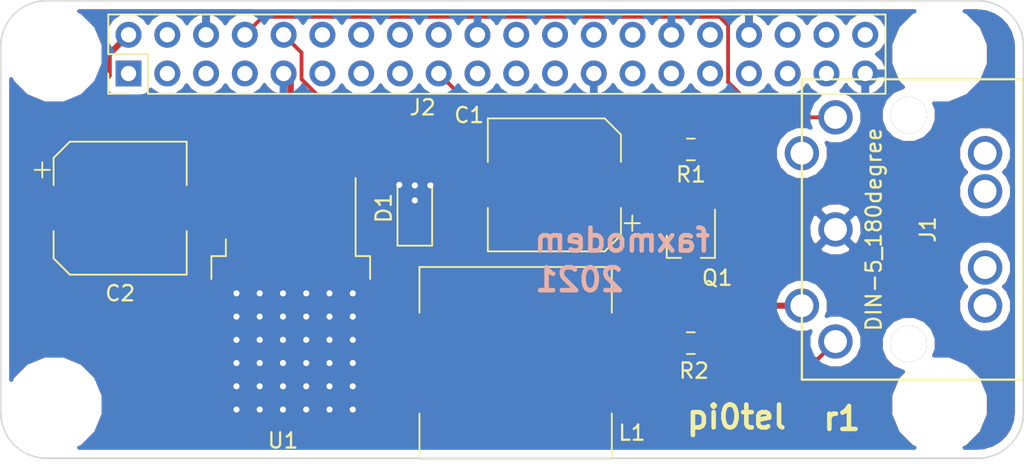
<source format=kicad_pcb>
(kicad_pcb (version 20171130) (host pcbnew 5.0.2+dfsg1-1~bpo9+1)

  (general
    (thickness 1.6)
    (drawings 20)
    (tracks 115)
    (zones 0)
    (modules 14)
    (nets 39)
  )

  (page A4)
  (layers
    (0 F.Cu signal)
    (31 B.Cu signal)
    (34 B.Paste user hide)
    (35 F.Paste user hide)
    (36 B.SilkS user)
    (37 F.SilkS user)
    (38 B.Mask user)
    (39 F.Mask user)
    (40 Dwgs.User user hide)
    (41 Cmts.User user hide)
    (44 Edge.Cuts user)
    (48 B.Fab user hide)
    (49 F.Fab user hide)
  )

  (setup
    (last_trace_width 0.25)
    (user_trace_width 0.01)
    (user_trace_width 0.02)
    (user_trace_width 0.05)
    (user_trace_width 0.1)
    (user_trace_width 0.2)
    (trace_clearance 0.2)
    (zone_clearance 0.508)
    (zone_45_only no)
    (trace_min 0.01)
    (segment_width 0.2)
    (edge_width 0.1)
    (via_size 0.6)
    (via_drill 0.4)
    (via_min_size 0.4)
    (via_min_drill 0.3)
    (uvia_size 0.3)
    (uvia_drill 0.1)
    (uvias_allowed no)
    (uvia_min_size 0.2)
    (uvia_min_drill 0.1)
    (pcb_text_width 0.3)
    (pcb_text_size 1.5 1.5)
    (mod_edge_width 0.15)
    (mod_text_size 1 1)
    (mod_text_width 0.15)
    (pad_size 2.75 2.75)
    (pad_drill 2.75)
    (pad_to_mask_clearance 0)
    (solder_mask_min_width 0.25)
    (aux_axis_origin 0 0)
    (visible_elements 7FFFFFFF)
    (pcbplotparams
      (layerselection 0x01330_80000001)
      (usegerberextensions false)
      (usegerberattributes false)
      (usegerberadvancedattributes false)
      (creategerberjobfile false)
      (excludeedgelayer true)
      (linewidth 0.100000)
      (plotframeref false)
      (viasonmask false)
      (mode 1)
      (useauxorigin false)
      (hpglpennumber 1)
      (hpglpenspeed 20)
      (hpglpendiameter 15.000000)
      (psnegative false)
      (psa4output false)
      (plotreference true)
      (plotvalue true)
      (plotinvisibletext false)
      (padsonsilk false)
      (subtractmaskfromsilk false)
      (outputformat 4)
      (mirror false)
      (drillshape 2)
      (scaleselection 1)
      (outputdirectory "meta/"))
  )

  (net 0 "")
  (net 1 "Net-(J1-Pad4)")
  (net 2 +5V)
  (net 3 /MinitelTx)
  (net 4 GND)
  (net 5 "Net-(D1-Pad1)")
  (net 6 /MinitelRx)
  (net 7 "Net-(J2-Pad40)")
  (net 8 "Net-(J2-Pad38)")
  (net 9 "Net-(J2-Pad37)")
  (net 10 "Net-(J2-Pad36)")
  (net 11 "Net-(J2-Pad35)")
  (net 12 "Net-(J2-Pad33)")
  (net 13 "Net-(J2-Pad32)")
  (net 14 "Net-(J2-Pad31)")
  (net 15 "Net-(J2-Pad29)")
  (net 16 "Net-(J2-Pad28)")
  (net 17 "Net-(J2-Pad27)")
  (net 18 "Net-(J2-Pad26)")
  (net 19 "Net-(J2-Pad24)")
  (net 20 "Net-(J2-Pad23)")
  (net 21 "Net-(J2-Pad22)")
  (net 22 "Net-(J2-Pad21)")
  (net 23 "Net-(J2-Pad19)")
  (net 24 "Net-(J2-Pad18)")
  (net 25 "Net-(J2-Pad16)")
  (net 26 "Net-(J2-Pad15)")
  (net 27 "Net-(J2-Pad14)")
  (net 28 "Net-(J2-Pad13)")
  (net 29 "Net-(J2-Pad12)")
  (net 30 "Net-(J2-Pad11)")
  (net 31 /PiRx)
  (net 32 "Net-(J2-Pad7)")
  (net 33 "Net-(J2-Pad5)")
  (net 34 "Net-(J2-Pad3)")
  (net 35 +3V3)
  (net 36 /MinitelVcc)
  (net 37 "Net-(J2-Pad1)")
  (net 38 "Net-(J2-Pad4)")

  (net_class Default "This is the default net class."
    (clearance 0.2)
    (trace_width 0.25)
    (via_dia 0.6)
    (via_drill 0.4)
    (uvia_dia 0.3)
    (uvia_drill 0.1)
    (add_net +3V3)
    (add_net /MinitelRx)
    (add_net /MinitelTx)
    (add_net /PiRx)
    (add_net "Net-(D1-Pad1)")
    (add_net "Net-(J1-Pad4)")
    (add_net "Net-(J2-Pad1)")
    (add_net "Net-(J2-Pad11)")
    (add_net "Net-(J2-Pad12)")
    (add_net "Net-(J2-Pad13)")
    (add_net "Net-(J2-Pad14)")
    (add_net "Net-(J2-Pad15)")
    (add_net "Net-(J2-Pad16)")
    (add_net "Net-(J2-Pad18)")
    (add_net "Net-(J2-Pad19)")
    (add_net "Net-(J2-Pad21)")
    (add_net "Net-(J2-Pad22)")
    (add_net "Net-(J2-Pad23)")
    (add_net "Net-(J2-Pad24)")
    (add_net "Net-(J2-Pad26)")
    (add_net "Net-(J2-Pad27)")
    (add_net "Net-(J2-Pad28)")
    (add_net "Net-(J2-Pad29)")
    (add_net "Net-(J2-Pad3)")
    (add_net "Net-(J2-Pad31)")
    (add_net "Net-(J2-Pad32)")
    (add_net "Net-(J2-Pad33)")
    (add_net "Net-(J2-Pad35)")
    (add_net "Net-(J2-Pad36)")
    (add_net "Net-(J2-Pad37)")
    (add_net "Net-(J2-Pad38)")
    (add_net "Net-(J2-Pad4)")
    (add_net "Net-(J2-Pad40)")
    (add_net "Net-(J2-Pad5)")
    (add_net "Net-(J2-Pad7)")
  )

  (net_class Largish ""
    (clearance 0.2)
    (trace_width 0.4)
    (via_dia 0.6)
    (via_drill 0.4)
    (uvia_dia 0.3)
    (uvia_drill 0.1)
    (add_net +5V)
    (add_net /MinitelVcc)
    (add_net GND)
  )

  (module Inductor_SMD:L_12x12mm_H6mm (layer F.Cu) (tedit 604CCE95) (tstamp 5EFC9AB8)
    (at 46.228 48.26)
    (descr "Choke, SMD, 12x12mm 6mm height")
    (tags "Choke SMD")
    (path /5EF9A6EA)
    (attr smd)
    (fp_text reference L1 (at 7.62 4.572) (layer F.SilkS)
      (effects (font (size 1 1) (thickness 0.15)))
    )
    (fp_text value 68uH (at 7.62 -1.524 90) (layer F.Fab)
      (effects (font (size 1 1) (thickness 0.15)))
    )
    (fp_text user %R (at 0 0) (layer F.Fab)
      (effects (font (size 1 1) (thickness 0.15)))
    )
    (fp_line (start 6.3 3.3) (end 6.3 6.3) (layer F.SilkS) (width 0.12))
    (fp_line (start 6.3 6.3) (end -6.3 6.3) (layer F.SilkS) (width 0.12))
    (fp_line (start -6.3 6.3) (end -6.3 3.3) (layer F.SilkS) (width 0.12))
    (fp_line (start -6.3 -3.3) (end -6.3 -6.3) (layer F.SilkS) (width 0.12))
    (fp_line (start -6.3 -6.3) (end 6.3 -6.3) (layer F.SilkS) (width 0.12))
    (fp_line (start 6.3 -6.3) (end 6.3 -3.3) (layer F.SilkS) (width 0.12))
    (fp_line (start -6.86 -6.6) (end 6.86 -6.6) (layer F.CrtYd) (width 0.05))
    (fp_line (start 6.86 -6.6) (end 6.86 6.6) (layer F.CrtYd) (width 0.05))
    (fp_line (start 6.86 6.6) (end -6.86 6.6) (layer F.CrtYd) (width 0.05))
    (fp_line (start -6.86 6.6) (end -6.86 -6.6) (layer F.CrtYd) (width 0.05))
    (fp_line (start 4.9 3.3) (end 5 3.4) (layer F.Fab) (width 0.1))
    (fp_line (start 5 3.4) (end 5.1 3.8) (layer F.Fab) (width 0.1))
    (fp_line (start 5.1 3.8) (end 5 4.3) (layer F.Fab) (width 0.1))
    (fp_line (start 5 4.3) (end 4.8 4.6) (layer F.Fab) (width 0.1))
    (fp_line (start 4.8 4.6) (end 4.5 5) (layer F.Fab) (width 0.1))
    (fp_line (start 4.5 5) (end 4 5.1) (layer F.Fab) (width 0.1))
    (fp_line (start 4 5.1) (end 3.5 5) (layer F.Fab) (width 0.1))
    (fp_line (start 3.5 5) (end 3.1 4.7) (layer F.Fab) (width 0.1))
    (fp_line (start 3.1 4.7) (end 3 4.6) (layer F.Fab) (width 0.1))
    (fp_line (start 3 4.6) (end 2.4 5) (layer F.Fab) (width 0.1))
    (fp_line (start 2.4 5) (end 1.6 5.3) (layer F.Fab) (width 0.1))
    (fp_line (start 1.6 5.3) (end 0.6 5.5) (layer F.Fab) (width 0.1))
    (fp_line (start 0.6 5.5) (end -0.6 5.5) (layer F.Fab) (width 0.1))
    (fp_line (start -0.6 5.5) (end -1.5 5.3) (layer F.Fab) (width 0.1))
    (fp_line (start -1.5 5.3) (end -2.1 5.1) (layer F.Fab) (width 0.1))
    (fp_line (start -2.1 5.1) (end -2.6 4.9) (layer F.Fab) (width 0.1))
    (fp_line (start -2.6 4.9) (end -3 4.7) (layer F.Fab) (width 0.1))
    (fp_line (start -3 4.7) (end -3.3 4.9) (layer F.Fab) (width 0.1))
    (fp_line (start -3.3 4.9) (end -3.9 5.1) (layer F.Fab) (width 0.1))
    (fp_line (start -3.9 5.1) (end -4.3 5) (layer F.Fab) (width 0.1))
    (fp_line (start -4.3 5) (end -4.6 4.8) (layer F.Fab) (width 0.1))
    (fp_line (start -4.6 4.8) (end -4.9 4.6) (layer F.Fab) (width 0.1))
    (fp_line (start -4.9 4.6) (end -5.1 4.1) (layer F.Fab) (width 0.1))
    (fp_line (start -5.1 4.1) (end -5 3.6) (layer F.Fab) (width 0.1))
    (fp_line (start -5 3.6) (end -4.8 3.2) (layer F.Fab) (width 0.1))
    (fp_line (start 4.9 -3.3) (end 5 -3.6) (layer F.Fab) (width 0.1))
    (fp_line (start 5 -3.6) (end 5.1 -4) (layer F.Fab) (width 0.1))
    (fp_line (start 5.1 -4) (end 5 -4.3) (layer F.Fab) (width 0.1))
    (fp_line (start 5 -4.3) (end 4.8 -4.7) (layer F.Fab) (width 0.1))
    (fp_line (start 4.8 -4.7) (end 4.5 -4.9) (layer F.Fab) (width 0.1))
    (fp_line (start 4.5 -4.9) (end 4.2 -5.1) (layer F.Fab) (width 0.1))
    (fp_line (start 4.2 -5.1) (end 3.9 -5.1) (layer F.Fab) (width 0.1))
    (fp_line (start 3.9 -5.1) (end 3.6 -5) (layer F.Fab) (width 0.1))
    (fp_line (start 3.6 -5) (end 3.3 -4.9) (layer F.Fab) (width 0.1))
    (fp_line (start 3.3 -4.9) (end 3 -4.6) (layer F.Fab) (width 0.1))
    (fp_line (start 3 -4.6) (end 2.6 -4.9) (layer F.Fab) (width 0.1))
    (fp_line (start 2.6 -4.9) (end 2.2 -5.1) (layer F.Fab) (width 0.1))
    (fp_line (start 2.2 -5.1) (end 1.7 -5.3) (layer F.Fab) (width 0.1))
    (fp_line (start 1.7 -5.3) (end 0.9 -5.5) (layer F.Fab) (width 0.1))
    (fp_line (start 0.9 -5.5) (end 0 -5.6) (layer F.Fab) (width 0.1))
    (fp_line (start 0 -5.6) (end -0.8 -5.5) (layer F.Fab) (width 0.1))
    (fp_line (start -0.8 -5.5) (end -1.7 -5.3) (layer F.Fab) (width 0.1))
    (fp_line (start -1.7 -5.3) (end -2.6 -4.9) (layer F.Fab) (width 0.1))
    (fp_line (start -2.6 -4.9) (end -3 -4.7) (layer F.Fab) (width 0.1))
    (fp_line (start -3 -4.7) (end -3.3 -4.9) (layer F.Fab) (width 0.1))
    (fp_line (start -3.3 -4.9) (end -3.7 -5.1) (layer F.Fab) (width 0.1))
    (fp_line (start -3.7 -5.1) (end -4.2 -5) (layer F.Fab) (width 0.1))
    (fp_line (start -4.2 -5) (end -4.6 -4.8) (layer F.Fab) (width 0.1))
    (fp_line (start -4.6 -4.8) (end -4.9 -4.5) (layer F.Fab) (width 0.1))
    (fp_line (start -4.9 -4.5) (end -5.1 -4) (layer F.Fab) (width 0.1))
    (fp_line (start -5.1 -4) (end -5 -3.5) (layer F.Fab) (width 0.1))
    (fp_line (start -5 -3.5) (end -4.8 -3.2) (layer F.Fab) (width 0.1))
    (fp_line (start -6.2 3.3) (end -6.2 6.2) (layer F.Fab) (width 0.1))
    (fp_line (start -6.2 6.2) (end 6.2 6.2) (layer F.Fab) (width 0.1))
    (fp_line (start 6.2 6.2) (end 6.2 3.3) (layer F.Fab) (width 0.1))
    (fp_line (start 6.2 -6.2) (end -6.2 -6.2) (layer F.Fab) (width 0.1))
    (fp_line (start -6.2 -6.2) (end -6.2 -3.3) (layer F.Fab) (width 0.1))
    (fp_line (start 6.2 -6.2) (end 6.2 -3.3) (layer F.Fab) (width 0.1))
    (fp_circle (center 0 0) (end 0.9 0) (layer F.Adhes) (width 0.38))
    (fp_circle (center 0 0) (end 0.55 0) (layer F.Adhes) (width 0.38))
    (fp_circle (center 0 0) (end 0.15 0.15) (layer F.Adhes) (width 0.38))
    (fp_circle (center -2.1 3) (end -1.8 3.25) (layer F.Fab) (width 0.1))
    (pad 1 smd rect (at -4.95 0) (size 2.9 5.4) (layers F.Cu F.Paste F.Mask)
      (net 2 +5V))
    (pad 2 smd rect (at 4.95 0) (size 2.9 5.4) (layers F.Cu F.Paste F.Mask)
      (net 5 "Net-(D1-Pad1)"))
    (model ${KISYS3DMOD}/Inductor_SMD.3dshapes/L_12x12mm_H6mm.wrl
      (at (xyz 0 0 0))
      (scale (xyz 1 1 1))
      (rotate (xyz 0 0 0))
    )
  )

  (module Capacitor_SMD:CP_Elec_8x10.5 (layer F.Cu) (tedit 604CCB7D) (tstamp 5F0878E5)
    (at 20.32 38.1)
    (descr "SMD capacitor, aluminum electrolytic, Vishay 0810, 8.0x10.5mm, http://www.vishay.com/docs/28395/150crz.pdf")
    (tags "capacitor electrolytic")
    (path /5EF9A836)
    (attr smd)
    (fp_text reference C2 (at 0 5.588) (layer F.SilkS)
      (effects (font (size 1 1) (thickness 0.15)))
    )
    (fp_text value 470uF (at 0 5.3) (layer F.Fab)
      (effects (font (size 1 1) (thickness 0.15)))
    )
    (fp_text user %R (at 0 0) (layer F.Fab)
      (effects (font (size 1 1) (thickness 0.15)))
    )
    (fp_line (start -6.15 1.5) (end -4.5 1.5) (layer F.CrtYd) (width 0.05))
    (fp_line (start -6.15 -1.5) (end -6.15 1.5) (layer F.CrtYd) (width 0.05))
    (fp_line (start -4.5 -1.5) (end -6.15 -1.5) (layer F.CrtYd) (width 0.05))
    (fp_line (start -4.5 1.5) (end -4.5 3.35) (layer F.CrtYd) (width 0.05))
    (fp_line (start -4.5 -3.35) (end -4.5 -1.5) (layer F.CrtYd) (width 0.05))
    (fp_line (start -4.5 -3.35) (end -3.35 -4.5) (layer F.CrtYd) (width 0.05))
    (fp_line (start -4.5 3.35) (end -3.35 4.5) (layer F.CrtYd) (width 0.05))
    (fp_line (start -3.35 -4.5) (end 4.5 -4.5) (layer F.CrtYd) (width 0.05))
    (fp_line (start -3.35 4.5) (end 4.5 4.5) (layer F.CrtYd) (width 0.05))
    (fp_line (start 4.5 1.5) (end 4.5 4.5) (layer F.CrtYd) (width 0.05))
    (fp_line (start 6.15 1.5) (end 4.5 1.5) (layer F.CrtYd) (width 0.05))
    (fp_line (start 6.15 -1.5) (end 6.15 1.5) (layer F.CrtYd) (width 0.05))
    (fp_line (start 4.5 -1.5) (end 6.15 -1.5) (layer F.CrtYd) (width 0.05))
    (fp_line (start 4.5 -4.5) (end 4.5 -1.5) (layer F.CrtYd) (width 0.05))
    (fp_line (start -5.1 -3.01) (end -5.1 -2.01) (layer F.SilkS) (width 0.12))
    (fp_line (start -5.6 -2.51) (end -4.6 -2.51) (layer F.SilkS) (width 0.12))
    (fp_line (start -4.36 3.295563) (end -3.295563 4.36) (layer F.SilkS) (width 0.12))
    (fp_line (start -4.36 -3.295563) (end -3.295563 -4.36) (layer F.SilkS) (width 0.12))
    (fp_line (start -4.36 -3.295563) (end -4.36 -1.51) (layer F.SilkS) (width 0.12))
    (fp_line (start -4.36 3.295563) (end -4.36 1.51) (layer F.SilkS) (width 0.12))
    (fp_line (start -3.295563 4.36) (end 4.36 4.36) (layer F.SilkS) (width 0.12))
    (fp_line (start -3.295563 -4.36) (end 4.36 -4.36) (layer F.SilkS) (width 0.12))
    (fp_line (start 4.36 -4.36) (end 4.36 -1.51) (layer F.SilkS) (width 0.12))
    (fp_line (start 4.36 4.36) (end 4.36 1.51) (layer F.SilkS) (width 0.12))
    (fp_line (start -3.162278 -1.9) (end -3.162278 -1.1) (layer F.Fab) (width 0.1))
    (fp_line (start -3.562278 -1.5) (end -2.762278 -1.5) (layer F.Fab) (width 0.1))
    (fp_line (start -4.25 3.25) (end -3.25 4.25) (layer F.Fab) (width 0.1))
    (fp_line (start -4.25 -3.25) (end -3.25 -4.25) (layer F.Fab) (width 0.1))
    (fp_line (start -4.25 -3.25) (end -4.25 3.25) (layer F.Fab) (width 0.1))
    (fp_line (start -3.25 4.25) (end 4.25 4.25) (layer F.Fab) (width 0.1))
    (fp_line (start -3.25 -4.25) (end 4.25 -4.25) (layer F.Fab) (width 0.1))
    (fp_line (start 4.25 -4.25) (end 4.25 4.25) (layer F.Fab) (width 0.1))
    (fp_circle (center 0 0) (end 4 0) (layer F.Fab) (width 0.1))
    (pad 2 smd roundrect (at 3.7 0) (size 4.4 2.5) (layers F.Cu F.Paste F.Mask) (roundrect_rratio 0.1)
      (net 4 GND))
    (pad 1 smd roundrect (at -3.7 0) (size 4.4 2.5) (layers F.Cu F.Paste F.Mask) (roundrect_rratio 0.1)
      (net 2 +5V))
    (model ${KISYS3DMOD}/Capacitor_SMD.3dshapes/CP_Elec_8x10.5.wrl
      (at (xyz 0 0 0))
      (scale (xyz 1 1 1))
      (rotate (xyz 0 0 0))
    )
  )

  (module Capacitor_SMD:CP_Elec_8x10.5 (layer F.Cu) (tedit 5BCA39D0) (tstamp 5F0878BE)
    (at 48.768 36.576 180)
    (descr "SMD capacitor, aluminum electrolytic, Vishay 0810, 8.0x10.5mm, http://www.vishay.com/docs/28395/150crz.pdf")
    (tags "capacitor electrolytic")
    (path /5EF9A7AB)
    (attr smd)
    (fp_text reference C1 (at 5.588 4.572 180) (layer F.SilkS)
      (effects (font (size 1 1) (thickness 0.15)))
    )
    (fp_text value 270uF (at 0 5.3 180) (layer F.Fab)
      (effects (font (size 1 1) (thickness 0.15)))
    )
    (fp_circle (center 0 0) (end 4 0) (layer F.Fab) (width 0.1))
    (fp_line (start 4.25 -4.25) (end 4.25 4.25) (layer F.Fab) (width 0.1))
    (fp_line (start -3.25 -4.25) (end 4.25 -4.25) (layer F.Fab) (width 0.1))
    (fp_line (start -3.25 4.25) (end 4.25 4.25) (layer F.Fab) (width 0.1))
    (fp_line (start -4.25 -3.25) (end -4.25 3.25) (layer F.Fab) (width 0.1))
    (fp_line (start -4.25 -3.25) (end -3.25 -4.25) (layer F.Fab) (width 0.1))
    (fp_line (start -4.25 3.25) (end -3.25 4.25) (layer F.Fab) (width 0.1))
    (fp_line (start -3.562278 -1.5) (end -2.762278 -1.5) (layer F.Fab) (width 0.1))
    (fp_line (start -3.162278 -1.9) (end -3.162278 -1.1) (layer F.Fab) (width 0.1))
    (fp_line (start 4.36 4.36) (end 4.36 1.51) (layer F.SilkS) (width 0.12))
    (fp_line (start 4.36 -4.36) (end 4.36 -1.51) (layer F.SilkS) (width 0.12))
    (fp_line (start -3.295563 -4.36) (end 4.36 -4.36) (layer F.SilkS) (width 0.12))
    (fp_line (start -3.295563 4.36) (end 4.36 4.36) (layer F.SilkS) (width 0.12))
    (fp_line (start -4.36 3.295563) (end -4.36 1.51) (layer F.SilkS) (width 0.12))
    (fp_line (start -4.36 -3.295563) (end -4.36 -1.51) (layer F.SilkS) (width 0.12))
    (fp_line (start -4.36 -3.295563) (end -3.295563 -4.36) (layer F.SilkS) (width 0.12))
    (fp_line (start -4.36 3.295563) (end -3.295563 4.36) (layer F.SilkS) (width 0.12))
    (fp_line (start -5.6 -2.51) (end -4.6 -2.51) (layer F.SilkS) (width 0.12))
    (fp_line (start -5.1 -3.01) (end -5.1 -2.01) (layer F.SilkS) (width 0.12))
    (fp_line (start 4.5 -4.5) (end 4.5 -1.5) (layer F.CrtYd) (width 0.05))
    (fp_line (start 4.5 -1.5) (end 6.15 -1.5) (layer F.CrtYd) (width 0.05))
    (fp_line (start 6.15 -1.5) (end 6.15 1.5) (layer F.CrtYd) (width 0.05))
    (fp_line (start 6.15 1.5) (end 4.5 1.5) (layer F.CrtYd) (width 0.05))
    (fp_line (start 4.5 1.5) (end 4.5 4.5) (layer F.CrtYd) (width 0.05))
    (fp_line (start -3.35 4.5) (end 4.5 4.5) (layer F.CrtYd) (width 0.05))
    (fp_line (start -3.35 -4.5) (end 4.5 -4.5) (layer F.CrtYd) (width 0.05))
    (fp_line (start -4.5 3.35) (end -3.35 4.5) (layer F.CrtYd) (width 0.05))
    (fp_line (start -4.5 -3.35) (end -3.35 -4.5) (layer F.CrtYd) (width 0.05))
    (fp_line (start -4.5 -3.35) (end -4.5 -1.5) (layer F.CrtYd) (width 0.05))
    (fp_line (start -4.5 1.5) (end -4.5 3.35) (layer F.CrtYd) (width 0.05))
    (fp_line (start -4.5 -1.5) (end -6.15 -1.5) (layer F.CrtYd) (width 0.05))
    (fp_line (start -6.15 -1.5) (end -6.15 1.5) (layer F.CrtYd) (width 0.05))
    (fp_line (start -6.15 1.5) (end -4.5 1.5) (layer F.CrtYd) (width 0.05))
    (fp_text user %R (at 0 0 180) (layer F.Fab)
      (effects (font (size 1 1) (thickness 0.15)))
    )
    (pad 1 smd roundrect (at -3.7 0 180) (size 4.4 2.5) (layers F.Cu F.Paste F.Mask) (roundrect_rratio 0.1)
      (net 36 /MinitelVcc))
    (pad 2 smd roundrect (at 3.7 0 180) (size 4.4 2.5) (layers F.Cu F.Paste F.Mask) (roundrect_rratio 0.1)
      (net 4 GND))
    (model ${KISYS3DMOD}/Capacitor_SMD.3dshapes/CP_Elec_8x10.5.wrl
      (at (xyz 0 0 0))
      (scale (xyz 1 1 1))
      (rotate (xyz 0 0 0))
    )
  )

  (module myelin-kicad:din_5_econet_pcb_mount (layer F.Cu) (tedit 0) (tstamp 5EFB54D5)
    (at 72.231 39.497 270)
    (descr "5-pin Econet socket to match footprint on the BBC Model B")
    (path /5EFA5FAE)
    (fp_text reference J1 (at 0 -1 270) (layer F.SilkS)
      (effects (font (size 1 1) (thickness 0.15)))
    )
    (fp_text value DIN-5_180degree (at 0 2.54 270) (layer F.SilkS)
      (effects (font (size 1 1) (thickness 0.15)))
    )
    (fp_line (start -9.85 -7.25) (end -9.85 7.25) (layer F.SilkS) (width 0.15))
    (fp_line (start -9.85 7.25) (end 9.85 7.25) (layer F.SilkS) (width 0.15))
    (fp_line (start 9.85 7.25) (end 9.85 -7.25) (layer F.SilkS) (width 0.15))
    (fp_line (start 9.85 -7.25) (end -9.85 -7.25) (layer F.SilkS) (width 0.15))
    (pad S1 thru_hole circle (at -5 -4.75 270) (size 2.25 2.25) (drill 1.5) (layers *.Cu *.Mask))
    (pad S2 thru_hole circle (at -2.5 -4.75 270) (size 2.25 2.25) (drill 1.5) (layers *.Cu *.Mask))
    (pad S3 thru_hole circle (at 2.5 -4.75 270) (size 2.25 2.25) (drill 1.5) (layers *.Cu *.Mask))
    (pad S4 thru_hole circle (at 5 -4.75 270) (size 2.25 2.25) (drill 1.5) (layers *.Cu *.Mask))
    (pad M1 thru_hole circle (at -7.505 0.25 270) (size 2.39 2.39) (drill 2.39) (layers *.Cu *.Mask))
    (pad M2 thru_hole circle (at 7.505 0.25 270) (size 2.39 2.39) (drill 2.39) (layers *.Cu *.Mask))
    (pad 2 thru_hole circle (at 0 5.05 270) (size 2.25 2.25) (drill 1.5) (layers *.Cu *.Mask)
      (net 4 GND))
    (pad 1 thru_hole circle (at -7.35 5.05 270) (size 2.25 2.25) (drill 1.5) (layers *.Cu *.Mask)
      (net 6 /MinitelRx))
    (pad 3 thru_hole circle (at 7.35 5.05 270) (size 2.25 2.25) (drill 1.5) (layers *.Cu *.Mask)
      (net 3 /MinitelTx))
    (pad 4 thru_hole circle (at -5 7.25 270) (size 2.25 2.25) (drill 1.5) (layers *.Cu *.Mask)
      (net 1 "Net-(J1-Pad4)"))
    (pad 5 thru_hole circle (at 5 7.25 270) (size 2.25 2.25) (drill 1.5) (layers *.Cu *.Mask)
      (net 36 /MinitelVcc))
  )

  (module Connector_PinHeader_2.54mm:PinHeader_2x20_P2.54mm_Vertical locked (layer F.Cu) (tedit 59FED5CC) (tstamp 5B55D6D3)
    (at 20.87 29.27 90)
    (descr "Through hole straight pin header, 2x20, 2.54mm pitch, double rows")
    (tags "Through hole pin header THT 2x20 2.54mm double row")
    (path /5516AE26)
    (fp_text reference J2 (at -2.226 19.262 180) (layer F.SilkS)
      (effects (font (size 1 1) (thickness 0.15)))
    )
    (fp_text value RPi_GPIO (at 1.27 50.59 90) (layer F.Fab)
      (effects (font (size 1 1) (thickness 0.15)))
    )
    (fp_text user %R (at 1.27 24.13 180) (layer F.Fab)
      (effects (font (size 1 1) (thickness 0.15)))
    )
    (fp_line (start 4.35 -1.8) (end -1.8 -1.8) (layer F.CrtYd) (width 0.05))
    (fp_line (start 4.35 50.05) (end 4.35 -1.8) (layer F.CrtYd) (width 0.05))
    (fp_line (start -1.8 50.05) (end 4.35 50.05) (layer F.CrtYd) (width 0.05))
    (fp_line (start -1.8 -1.8) (end -1.8 50.05) (layer F.CrtYd) (width 0.05))
    (fp_line (start -1.33 -1.33) (end 0 -1.33) (layer F.SilkS) (width 0.12))
    (fp_line (start -1.33 0) (end -1.33 -1.33) (layer F.SilkS) (width 0.12))
    (fp_line (start 1.27 -1.33) (end 3.87 -1.33) (layer F.SilkS) (width 0.12))
    (fp_line (start 1.27 1.27) (end 1.27 -1.33) (layer F.SilkS) (width 0.12))
    (fp_line (start -1.33 1.27) (end 1.27 1.27) (layer F.SilkS) (width 0.12))
    (fp_line (start 3.87 -1.33) (end 3.87 49.59) (layer F.SilkS) (width 0.12))
    (fp_line (start -1.33 1.27) (end -1.33 49.59) (layer F.SilkS) (width 0.12))
    (fp_line (start -1.33 49.59) (end 3.87 49.59) (layer F.SilkS) (width 0.12))
    (fp_line (start -1.27 0) (end 0 -1.27) (layer F.Fab) (width 0.1))
    (fp_line (start -1.27 49.53) (end -1.27 0) (layer F.Fab) (width 0.1))
    (fp_line (start 3.81 49.53) (end -1.27 49.53) (layer F.Fab) (width 0.1))
    (fp_line (start 3.81 -1.27) (end 3.81 49.53) (layer F.Fab) (width 0.1))
    (fp_line (start 0 -1.27) (end 3.81 -1.27) (layer F.Fab) (width 0.1))
    (pad 40 thru_hole oval (at 2.54 48.26 90) (size 1.7 1.7) (drill 1) (layers *.Cu *.Mask)
      (net 7 "Net-(J2-Pad40)"))
    (pad 39 thru_hole oval (at 0 48.26 90) (size 1.7 1.7) (drill 1) (layers *.Cu *.Mask)
      (net 4 GND))
    (pad 38 thru_hole oval (at 2.54 45.72 90) (size 1.7 1.7) (drill 1) (layers *.Cu *.Mask)
      (net 8 "Net-(J2-Pad38)"))
    (pad 37 thru_hole oval (at 0 45.72 90) (size 1.7 1.7) (drill 1) (layers *.Cu *.Mask)
      (net 9 "Net-(J2-Pad37)"))
    (pad 36 thru_hole oval (at 2.54 43.18 90) (size 1.7 1.7) (drill 1) (layers *.Cu *.Mask)
      (net 10 "Net-(J2-Pad36)"))
    (pad 35 thru_hole oval (at 0 43.18 90) (size 1.7 1.7) (drill 1) (layers *.Cu *.Mask)
      (net 11 "Net-(J2-Pad35)"))
    (pad 34 thru_hole oval (at 2.54 40.64 90) (size 1.7 1.7) (drill 1) (layers *.Cu *.Mask)
      (net 4 GND))
    (pad 33 thru_hole oval (at 0 40.64 90) (size 1.7 1.7) (drill 1) (layers *.Cu *.Mask)
      (net 12 "Net-(J2-Pad33)"))
    (pad 32 thru_hole oval (at 2.54 38.1 90) (size 1.7 1.7) (drill 1) (layers *.Cu *.Mask)
      (net 13 "Net-(J2-Pad32)"))
    (pad 31 thru_hole oval (at 0 38.1 90) (size 1.7 1.7) (drill 1) (layers *.Cu *.Mask)
      (net 14 "Net-(J2-Pad31)"))
    (pad 30 thru_hole oval (at 2.54 35.56 90) (size 1.7 1.7) (drill 1) (layers *.Cu *.Mask)
      (net 4 GND))
    (pad 29 thru_hole oval (at 0 35.56 90) (size 1.7 1.7) (drill 1) (layers *.Cu *.Mask)
      (net 15 "Net-(J2-Pad29)"))
    (pad 28 thru_hole oval (at 2.54 33.02 90) (size 1.7 1.7) (drill 1) (layers *.Cu *.Mask)
      (net 16 "Net-(J2-Pad28)"))
    (pad 27 thru_hole oval (at 0 33.02 90) (size 1.7 1.7) (drill 1) (layers *.Cu *.Mask)
      (net 17 "Net-(J2-Pad27)"))
    (pad 26 thru_hole oval (at 2.54 30.48 90) (size 1.7 1.7) (drill 1) (layers *.Cu *.Mask)
      (net 18 "Net-(J2-Pad26)"))
    (pad 25 thru_hole oval (at 0 30.48 90) (size 1.7 1.7) (drill 1) (layers *.Cu *.Mask)
      (net 4 GND))
    (pad 24 thru_hole oval (at 2.54 27.94 90) (size 1.7 1.7) (drill 1) (layers *.Cu *.Mask)
      (net 19 "Net-(J2-Pad24)"))
    (pad 23 thru_hole oval (at 0 27.94 90) (size 1.7 1.7) (drill 1) (layers *.Cu *.Mask)
      (net 20 "Net-(J2-Pad23)"))
    (pad 22 thru_hole oval (at 2.54 25.4 90) (size 1.7 1.7) (drill 1) (layers *.Cu *.Mask)
      (net 21 "Net-(J2-Pad22)"))
    (pad 21 thru_hole oval (at 0 25.4 90) (size 1.7 1.7) (drill 1) (layers *.Cu *.Mask)
      (net 22 "Net-(J2-Pad21)"))
    (pad 20 thru_hole oval (at 2.54 22.86 90) (size 1.7 1.7) (drill 1) (layers *.Cu *.Mask)
      (net 4 GND))
    (pad 19 thru_hole oval (at 0 22.86 90) (size 1.7 1.7) (drill 1) (layers *.Cu *.Mask)
      (net 23 "Net-(J2-Pad19)"))
    (pad 18 thru_hole oval (at 2.54 20.32 90) (size 1.7 1.7) (drill 1) (layers *.Cu *.Mask)
      (net 24 "Net-(J2-Pad18)"))
    (pad 17 thru_hole oval (at 0 20.32 90) (size 1.7 1.7) (drill 1) (layers *.Cu *.Mask)
      (net 35 +3V3))
    (pad 16 thru_hole oval (at 2.54 17.78 90) (size 1.7 1.7) (drill 1) (layers *.Cu *.Mask)
      (net 25 "Net-(J2-Pad16)"))
    (pad 15 thru_hole oval (at 0 17.78 90) (size 1.7 1.7) (drill 1) (layers *.Cu *.Mask)
      (net 26 "Net-(J2-Pad15)"))
    (pad 14 thru_hole oval (at 2.54 15.24 90) (size 1.7 1.7) (drill 1) (layers *.Cu *.Mask)
      (net 27 "Net-(J2-Pad14)"))
    (pad 13 thru_hole oval (at 0 15.24 90) (size 1.7 1.7) (drill 1) (layers *.Cu *.Mask)
      (net 28 "Net-(J2-Pad13)"))
    (pad 12 thru_hole oval (at 2.54 12.7 90) (size 1.7 1.7) (drill 1) (layers *.Cu *.Mask)
      (net 29 "Net-(J2-Pad12)"))
    (pad 11 thru_hole oval (at 0 12.7 90) (size 1.7 1.7) (drill 1) (layers *.Cu *.Mask)
      (net 30 "Net-(J2-Pad11)"))
    (pad 10 thru_hole oval (at 2.54 10.16 90) (size 1.7 1.7) (drill 1) (layers *.Cu *.Mask)
      (net 31 /PiRx))
    (pad 9 thru_hole oval (at 0 10.16 90) (size 1.7 1.7) (drill 1) (layers *.Cu *.Mask)
      (net 4 GND))
    (pad 8 thru_hole oval (at 2.54 7.62 90) (size 1.7 1.7) (drill 1) (layers *.Cu *.Mask)
      (net 6 /MinitelRx))
    (pad 7 thru_hole oval (at 0 7.62 90) (size 1.7 1.7) (drill 1) (layers *.Cu *.Mask)
      (net 32 "Net-(J2-Pad7)"))
    (pad 6 thru_hole oval (at 2.54 5.08 90) (size 1.7 1.7) (drill 1) (layers *.Cu *.Mask)
      (net 4 GND))
    (pad 5 thru_hole oval (at 0 5.08 90) (size 1.7 1.7) (drill 1) (layers *.Cu *.Mask)
      (net 33 "Net-(J2-Pad5)"))
    (pad 4 thru_hole oval (at 2.54 2.54 90) (size 1.7 1.7) (drill 1) (layers *.Cu *.Mask)
      (net 38 "Net-(J2-Pad4)"))
    (pad 3 thru_hole oval (at 0 2.54 90) (size 1.7 1.7) (drill 1) (layers *.Cu *.Mask)
      (net 34 "Net-(J2-Pad3)"))
    (pad 2 thru_hole oval (at 2.54 0 90) (size 1.7 1.7) (drill 1) (layers *.Cu *.Mask)
      (net 2 +5V))
    (pad 1 thru_hole rect (at 0 0 90) (size 1.7 1.7) (drill 1) (layers *.Cu *.Mask)
      (net 37 "Net-(J2-Pad1)"))
    (model ${KISYS3DMOD}/Connector_PinHeader_2.54mm.3dshapes/PinHeader_2x20_P2.54mm_Vertical.wrl
      (at (xyz 0 0 0))
      (scale (xyz 1 1 1))
      (rotate (xyz 0 0 0))
    )
  )

  (module Resistor_SMD:R_0805_2012Metric_Pad1.15x1.40mm_HandSolder (layer F.Cu) (tedit 5B36C52B) (tstamp 5EFA361D)
    (at 57.707915 46.950245)
    (descr "Resistor SMD 0805 (2012 Metric), square (rectangular) end terminal, IPC_7351 nominal with elongated pad for handsoldering. (Body size source: https://docs.google.com/spreadsheets/d/1BsfQQcO9C6DZCsRaXUlFlo91Tg2WpOkGARC1WS5S8t0/edit?usp=sharing), generated with kicad-footprint-generator")
    (tags "resistor handsolder")
    (path /5EFD4A91)
    (attr smd)
    (fp_text reference R2 (at 0.204085 1.817755) (layer F.SilkS)
      (effects (font (size 1 1) (thickness 0.15)))
    )
    (fp_text value 10k (at 1.728085 1.817755) (layer F.Fab)
      (effects (font (size 1 1) (thickness 0.15)))
    )
    (fp_line (start -1 0.6) (end -1 -0.6) (layer F.Fab) (width 0.1))
    (fp_line (start -1 -0.6) (end 1 -0.6) (layer F.Fab) (width 0.1))
    (fp_line (start 1 -0.6) (end 1 0.6) (layer F.Fab) (width 0.1))
    (fp_line (start 1 0.6) (end -1 0.6) (layer F.Fab) (width 0.1))
    (fp_line (start -0.261252 -0.71) (end 0.261252 -0.71) (layer F.SilkS) (width 0.12))
    (fp_line (start -0.261252 0.71) (end 0.261252 0.71) (layer F.SilkS) (width 0.12))
    (fp_line (start -1.85 0.95) (end -1.85 -0.95) (layer F.CrtYd) (width 0.05))
    (fp_line (start -1.85 -0.95) (end 1.85 -0.95) (layer F.CrtYd) (width 0.05))
    (fp_line (start 1.85 -0.95) (end 1.85 0.95) (layer F.CrtYd) (width 0.05))
    (fp_line (start 1.85 0.95) (end -1.85 0.95) (layer F.CrtYd) (width 0.05))
    (fp_text user %R (at 0 0) (layer F.Fab)
      (effects (font (size 0.5 0.5) (thickness 0.08)))
    )
    (pad 1 smd roundrect (at -1.025 0) (size 1.15 1.4) (layers F.Cu F.Paste F.Mask) (roundrect_rratio 0.217391)
      (net 2 +5V))
    (pad 2 smd roundrect (at 1.025 0) (size 1.15 1.4) (layers F.Cu F.Paste F.Mask) (roundrect_rratio 0.217391)
      (net 3 /MinitelTx))
    (model ${KISYS3DMOD}/Resistor_SMD.3dshapes/R_0805_2012Metric.wrl
      (at (xyz 0 0 0))
      (scale (xyz 1 1 1))
      (rotate (xyz 0 0 0))
    )
  )

  (module RPi_Hat:RPi_Hat_Mounting_Hole locked (layer F.Cu) (tedit 55217CCB) (tstamp 58B743A7)
    (at 16 51)
    (descr "Mounting hole, Befestigungsbohrung, 2,7mm, No Annular, Kein Restring,")
    (tags "Mounting hole, Befestigungsbohrung, 2,7mm, No Annular, Kein Restring,")
    (fp_text reference "" (at 0 -4.0005) (layer F.SilkS) hide
      (effects (font (size 1 1) (thickness 0.15)))
    )
    (fp_text value "" (at 0.09906 3.59918) (layer F.Fab) hide
      (effects (font (size 1 1) (thickness 0.15)))
    )
    (fp_circle (center 0 0) (end 1.375 0) (layer F.Fab) (width 0.15))
    (fp_circle (center 0 0) (end 3.1 0) (layer F.Fab) (width 0.15))
    (fp_circle (center 0 0) (end 3.1 0) (layer B.Fab) (width 0.15))
    (fp_circle (center 0 0) (end 1.375 0) (layer B.Fab) (width 0.15))
    (fp_circle (center 0 0) (end 3.1 0) (layer F.CrtYd) (width 0.15))
    (fp_circle (center 0 0) (end 3.1 0) (layer B.CrtYd) (width 0.15))
    (pad "" np_thru_hole circle (at 0 0) (size 2.75 2.75) (drill 2.75) (layers *.Cu *.Mask)
      (solder_mask_margin 1.725) (clearance 1.725))
  )

  (module RPi_Hat:RPi_Hat_Mounting_Hole locked (layer F.Cu) (tedit 55217C7B) (tstamp 5515DEA9)
    (at 74 28)
    (descr "Mounting hole, Befestigungsbohrung, 2,7mm, No Annular, Kein Restring,")
    (tags "Mounting hole, Befestigungsbohrung, 2,7mm, No Annular, Kein Restring,")
    (fp_text reference "" (at 0 -4.0005) (layer F.SilkS) hide
      (effects (font (size 1 1) (thickness 0.15)))
    )
    (fp_text value "" (at 0.09906 3.59918) (layer F.Fab) hide
      (effects (font (size 1 1) (thickness 0.15)))
    )
    (fp_circle (center 0 0) (end 1.375 0) (layer F.Fab) (width 0.15))
    (fp_circle (center 0 0) (end 3.1 0) (layer F.Fab) (width 0.15))
    (fp_circle (center 0 0) (end 3.1 0) (layer B.Fab) (width 0.15))
    (fp_circle (center 0 0) (end 1.375 0) (layer B.Fab) (width 0.15))
    (fp_circle (center 0 0) (end 3.1 0) (layer F.CrtYd) (width 0.15))
    (fp_circle (center 0 0) (end 3.1 0) (layer B.CrtYd) (width 0.15))
    (pad "" np_thru_hole circle (at 0 0) (size 2.75 2.75) (drill 2.75) (layers *.Cu *.Mask)
      (solder_mask_margin 1.725) (clearance 1.725))
  )

  (module RPi_Hat:RPi_Hat_Mounting_Hole locked (layer F.Cu) (tedit 55217CCB) (tstamp 55169DC9)
    (at 74 51)
    (descr "Mounting hole, Befestigungsbohrung, 2,7mm, No Annular, Kein Restring,")
    (tags "Mounting hole, Befestigungsbohrung, 2,7mm, No Annular, Kein Restring,")
    (fp_text reference "" (at 0 -4.0005) (layer F.SilkS) hide
      (effects (font (size 1 1) (thickness 0.15)))
    )
    (fp_text value "" (at 0.09906 3.59918) (layer F.Fab) hide
      (effects (font (size 1 1) (thickness 0.15)))
    )
    (fp_circle (center 0 0) (end 1.375 0) (layer F.Fab) (width 0.15))
    (fp_circle (center 0 0) (end 3.1 0) (layer F.Fab) (width 0.15))
    (fp_circle (center 0 0) (end 3.1 0) (layer B.Fab) (width 0.15))
    (fp_circle (center 0 0) (end 1.375 0) (layer B.Fab) (width 0.15))
    (fp_circle (center 0 0) (end 3.1 0) (layer F.CrtYd) (width 0.15))
    (fp_circle (center 0 0) (end 3.1 0) (layer B.CrtYd) (width 0.15))
    (pad "" np_thru_hole circle (at 0 0) (size 2.75 2.75) (drill 2.75) (layers *.Cu *.Mask)
      (solder_mask_margin 1.725) (clearance 1.725))
  )

  (module RPi_Hat:RPi_Hat_Mounting_Hole locked (layer F.Cu) (tedit 55217CA2) (tstamp 5515DEBF)
    (at 16 28)
    (descr "Mounting hole, Befestigungsbohrung, 2,7mm, No Annular, Kein Restring,")
    (tags "Mounting hole, Befestigungsbohrung, 2,7mm, No Annular, Kein Restring,")
    (fp_text reference "" (at 0 -4.0005) (layer F.SilkS) hide
      (effects (font (size 1 1) (thickness 0.15)))
    )
    (fp_text value "" (at 0.09906 3.59918) (layer F.Fab) hide
      (effects (font (size 1 1) (thickness 0.15)))
    )
    (fp_circle (center 0 0) (end 1.375 0) (layer F.Fab) (width 0.15))
    (fp_circle (center 0 0) (end 3.1 0) (layer F.Fab) (width 0.15))
    (fp_circle (center 0 0) (end 3.1 0) (layer B.Fab) (width 0.15))
    (fp_circle (center 0 0) (end 1.375 0) (layer B.Fab) (width 0.15))
    (fp_circle (center 0 0) (end 3.1 0) (layer F.CrtYd) (width 0.15))
    (fp_circle (center 0 0) (end 3.1 0) (layer B.CrtYd) (width 0.15))
    (pad "" np_thru_hole circle (at 0 0) (size 2.75 2.75) (drill 2.75) (layers *.Cu *.Mask)
      (solder_mask_margin 1.725) (clearance 1.725))
  )

  (module Diode_SMD:D_1206_3216Metric_Pad1.42x1.75mm_HandSolder (layer F.Cu) (tedit 5B4B45C8) (tstamp 5EFA1812)
    (at 39.624 38.1 90)
    (descr "Diode SMD 1206 (3216 Metric), square (rectangular) end terminal, IPC_7351 nominal, (Body size source: http://www.tortai-tech.com/upload/download/2011102023233369053.pdf), generated with kicad-footprint-generator")
    (tags "diode handsolder")
    (path /5EF9A593)
    (attr smd)
    (fp_text reference D1 (at 0 -2.032 90) (layer F.SilkS)
      (effects (font (size 1 1) (thickness 0.15)))
    )
    (fp_text value "Schottky 3A" (at 0 1.82 90) (layer F.Fab)
      (effects (font (size 1 1) (thickness 0.15)))
    )
    (fp_line (start 1.6 -0.8) (end -1.2 -0.8) (layer F.Fab) (width 0.1))
    (fp_line (start -1.2 -0.8) (end -1.6 -0.4) (layer F.Fab) (width 0.1))
    (fp_line (start -1.6 -0.4) (end -1.6 0.8) (layer F.Fab) (width 0.1))
    (fp_line (start -1.6 0.8) (end 1.6 0.8) (layer F.Fab) (width 0.1))
    (fp_line (start 1.6 0.8) (end 1.6 -0.8) (layer F.Fab) (width 0.1))
    (fp_line (start 1.6 -1.135) (end -2.46 -1.135) (layer F.SilkS) (width 0.12))
    (fp_line (start -2.46 -1.135) (end -2.46 1.135) (layer F.SilkS) (width 0.12))
    (fp_line (start -2.46 1.135) (end 1.6 1.135) (layer F.SilkS) (width 0.12))
    (fp_line (start -2.45 1.12) (end -2.45 -1.12) (layer F.CrtYd) (width 0.05))
    (fp_line (start -2.45 -1.12) (end 2.45 -1.12) (layer F.CrtYd) (width 0.05))
    (fp_line (start 2.45 -1.12) (end 2.45 1.12) (layer F.CrtYd) (width 0.05))
    (fp_line (start 2.45 1.12) (end -2.45 1.12) (layer F.CrtYd) (width 0.05))
    (fp_text user %R (at 0 0 90) (layer F.Fab)
      (effects (font (size 0.8 0.8) (thickness 0.12)))
    )
    (pad 1 smd roundrect (at -1.4875 0 90) (size 1.425 1.75) (layers F.Cu F.Paste F.Mask) (roundrect_rratio 0.175439)
      (net 5 "Net-(D1-Pad1)"))
    (pad 2 smd roundrect (at 1.4875 0 90) (size 1.425 1.75) (layers F.Cu F.Paste F.Mask) (roundrect_rratio 0.175439)
      (net 4 GND))
    (model ${KISYS3DMOD}/Diode_SMD.3dshapes/D_1206_3216Metric.wrl
      (at (xyz 0 0 0))
      (scale (xyz 1 1 1))
      (rotate (xyz 0 0 0))
    )
  )

  (module Package_TO_SOT_SMD:SOT-23_Handsoldering (layer F.Cu) (tedit 5A0AB76C) (tstamp 5EFA1889)
    (at 57.707915 40.600245 270)
    (descr "SOT-23, Handsoldering")
    (tags SOT-23)
    (path /5EFB2FE4)
    (attr smd)
    (fp_text reference Q1 (at 2.071755 -1.728085) (layer F.SilkS)
      (effects (font (size 1 1) (thickness 0.15)))
    )
    (fp_text value BSS138 (at 0 2.5 270) (layer F.Fab)
      (effects (font (size 1 1) (thickness 0.15)))
    )
    (fp_text user %R (at 0 0) (layer F.Fab)
      (effects (font (size 0.5 0.5) (thickness 0.075)))
    )
    (fp_line (start 0.76 1.58) (end 0.76 0.65) (layer F.SilkS) (width 0.12))
    (fp_line (start 0.76 -1.58) (end 0.76 -0.65) (layer F.SilkS) (width 0.12))
    (fp_line (start -2.7 -1.75) (end 2.7 -1.75) (layer F.CrtYd) (width 0.05))
    (fp_line (start 2.7 -1.75) (end 2.7 1.75) (layer F.CrtYd) (width 0.05))
    (fp_line (start 2.7 1.75) (end -2.7 1.75) (layer F.CrtYd) (width 0.05))
    (fp_line (start -2.7 1.75) (end -2.7 -1.75) (layer F.CrtYd) (width 0.05))
    (fp_line (start 0.76 -1.58) (end -2.4 -1.58) (layer F.SilkS) (width 0.12))
    (fp_line (start -0.7 -0.95) (end -0.7 1.5) (layer F.Fab) (width 0.1))
    (fp_line (start -0.15 -1.52) (end 0.7 -1.52) (layer F.Fab) (width 0.1))
    (fp_line (start -0.7 -0.95) (end -0.15 -1.52) (layer F.Fab) (width 0.1))
    (fp_line (start 0.7 -1.52) (end 0.7 1.52) (layer F.Fab) (width 0.1))
    (fp_line (start -0.7 1.52) (end 0.7 1.52) (layer F.Fab) (width 0.1))
    (fp_line (start 0.76 1.58) (end -0.7 1.58) (layer F.SilkS) (width 0.12))
    (pad 1 smd rect (at -1.5 -0.95 270) (size 1.9 0.8) (layers F.Cu F.Paste F.Mask)
      (net 35 +3V3))
    (pad 2 smd rect (at -1.5 0.95 270) (size 1.9 0.8) (layers F.Cu F.Paste F.Mask)
      (net 31 /PiRx))
    (pad 3 smd rect (at 1.5 0 270) (size 1.9 0.8) (layers F.Cu F.Paste F.Mask)
      (net 3 /MinitelTx))
    (model ${KISYS3DMOD}/Package_TO_SOT_SMD.3dshapes/SOT-23.wrl
      (at (xyz 0 0 0))
      (scale (xyz 1 1 1))
      (rotate (xyz 0 0 0))
    )
  )

  (module Resistor_SMD:R_0805_2012Metric_Pad1.15x1.40mm_HandSolder (layer F.Cu) (tedit 5B36C52B) (tstamp 5EFA189A)
    (at 57.707915 34.250245 180)
    (descr "Resistor SMD 0805 (2012 Metric), square (rectangular) end terminal, IPC_7351 nominal with elongated pad for handsoldering. (Body size source: https://docs.google.com/spreadsheets/d/1BsfQQcO9C6DZCsRaXUlFlo91Tg2WpOkGARC1WS5S8t0/edit?usp=sharing), generated with kicad-footprint-generator")
    (tags "resistor handsolder")
    (path /5EFD4B3E)
    (attr smd)
    (fp_text reference R1 (at 0 -1.65 180) (layer F.SilkS)
      (effects (font (size 1 1) (thickness 0.15)))
    )
    (fp_text value 10k (at 0 1.65 180) (layer F.Fab)
      (effects (font (size 1 1) (thickness 0.15)))
    )
    (fp_text user %R (at 0 0 180) (layer F.Fab)
      (effects (font (size 0.5 0.5) (thickness 0.08)))
    )
    (fp_line (start 1.85 0.95) (end -1.85 0.95) (layer F.CrtYd) (width 0.05))
    (fp_line (start 1.85 -0.95) (end 1.85 0.95) (layer F.CrtYd) (width 0.05))
    (fp_line (start -1.85 -0.95) (end 1.85 -0.95) (layer F.CrtYd) (width 0.05))
    (fp_line (start -1.85 0.95) (end -1.85 -0.95) (layer F.CrtYd) (width 0.05))
    (fp_line (start -0.261252 0.71) (end 0.261252 0.71) (layer F.SilkS) (width 0.12))
    (fp_line (start -0.261252 -0.71) (end 0.261252 -0.71) (layer F.SilkS) (width 0.12))
    (fp_line (start 1 0.6) (end -1 0.6) (layer F.Fab) (width 0.1))
    (fp_line (start 1 -0.6) (end 1 0.6) (layer F.Fab) (width 0.1))
    (fp_line (start -1 -0.6) (end 1 -0.6) (layer F.Fab) (width 0.1))
    (fp_line (start -1 0.6) (end -1 -0.6) (layer F.Fab) (width 0.1))
    (pad 2 smd roundrect (at 1.025 0 180) (size 1.15 1.4) (layers F.Cu F.Paste F.Mask) (roundrect_rratio 0.217391)
      (net 31 /PiRx))
    (pad 1 smd roundrect (at -1.025 0 180) (size 1.15 1.4) (layers F.Cu F.Paste F.Mask) (roundrect_rratio 0.217391)
      (net 35 +3V3))
    (model ${KISYS3DMOD}/Resistor_SMD.3dshapes/R_0805_2012Metric.wrl
      (at (xyz 0 0 0))
      (scale (xyz 1 1 1))
      (rotate (xyz 0 0 0))
    )
  )

  (module Package_TO_SOT_SMD:TO-263-5_TabPin3 (layer F.Cu) (tedit 5A70FBB6) (tstamp 5F076F2D)
    (at 31.496 44.196 270)
    (descr "TO-263 / D2PAK / DDPAK SMD package, http://www.infineon.com/cms/en/product/packages/PG-TO263/PG-TO263-5-1/")
    (tags "D2PAK DDPAK TO-263 D2PAK-5 TO-263-5 SOT-426")
    (path /5EF9A463)
    (attr smd)
    (fp_text reference U1 (at 9.144 0.508) (layer F.SilkS)
      (effects (font (size 1 1) (thickness 0.15)))
    )
    (fp_text value LM2596S-5 (at 0 6.65 270) (layer F.Fab)
      (effects (font (size 1 1) (thickness 0.15)))
    )
    (fp_text user %R (at 0 0 270) (layer F.Fab)
      (effects (font (size 1 1) (thickness 0.15)))
    )
    (fp_line (start 8.32 -5.65) (end -8.32 -5.65) (layer F.CrtYd) (width 0.05))
    (fp_line (start 8.32 5.65) (end 8.32 -5.65) (layer F.CrtYd) (width 0.05))
    (fp_line (start -8.32 5.65) (end 8.32 5.65) (layer F.CrtYd) (width 0.05))
    (fp_line (start -8.32 -5.65) (end -8.32 5.65) (layer F.CrtYd) (width 0.05))
    (fp_line (start -2.95 4.25) (end -4.05 4.25) (layer F.SilkS) (width 0.12))
    (fp_line (start -2.95 5.2) (end -2.95 4.25) (layer F.SilkS) (width 0.12))
    (fp_line (start -1.45 5.2) (end -2.95 5.2) (layer F.SilkS) (width 0.12))
    (fp_line (start -2.95 -4.25) (end -8.075 -4.25) (layer F.SilkS) (width 0.12))
    (fp_line (start -2.95 -5.2) (end -2.95 -4.25) (layer F.SilkS) (width 0.12))
    (fp_line (start -1.45 -5.2) (end -2.95 -5.2) (layer F.SilkS) (width 0.12))
    (fp_line (start -7.45 3.8) (end -2.75 3.8) (layer F.Fab) (width 0.1))
    (fp_line (start -7.45 3) (end -7.45 3.8) (layer F.Fab) (width 0.1))
    (fp_line (start -2.75 3) (end -7.45 3) (layer F.Fab) (width 0.1))
    (fp_line (start -7.45 2.1) (end -2.75 2.1) (layer F.Fab) (width 0.1))
    (fp_line (start -7.45 1.3) (end -7.45 2.1) (layer F.Fab) (width 0.1))
    (fp_line (start -2.75 1.3) (end -7.45 1.3) (layer F.Fab) (width 0.1))
    (fp_line (start -7.45 0.4) (end -2.75 0.4) (layer F.Fab) (width 0.1))
    (fp_line (start -7.45 -0.4) (end -7.45 0.4) (layer F.Fab) (width 0.1))
    (fp_line (start -2.75 -0.4) (end -7.45 -0.4) (layer F.Fab) (width 0.1))
    (fp_line (start -7.45 -1.3) (end -2.75 -1.3) (layer F.Fab) (width 0.1))
    (fp_line (start -7.45 -2.1) (end -7.45 -1.3) (layer F.Fab) (width 0.1))
    (fp_line (start -2.75 -2.1) (end -7.45 -2.1) (layer F.Fab) (width 0.1))
    (fp_line (start -7.45 -3) (end -2.75 -3) (layer F.Fab) (width 0.1))
    (fp_line (start -7.45 -3.8) (end -7.45 -3) (layer F.Fab) (width 0.1))
    (fp_line (start -2.75 -3.8) (end -7.45 -3.8) (layer F.Fab) (width 0.1))
    (fp_line (start -1.75 -5) (end 6.5 -5) (layer F.Fab) (width 0.1))
    (fp_line (start -2.75 -4) (end -1.75 -5) (layer F.Fab) (width 0.1))
    (fp_line (start -2.75 5) (end -2.75 -4) (layer F.Fab) (width 0.1))
    (fp_line (start 6.5 5) (end -2.75 5) (layer F.Fab) (width 0.1))
    (fp_line (start 6.5 -5) (end 6.5 5) (layer F.Fab) (width 0.1))
    (fp_line (start 7.5 5) (end 6.5 5) (layer F.Fab) (width 0.1))
    (fp_line (start 7.5 -5) (end 7.5 5) (layer F.Fab) (width 0.1))
    (fp_line (start 6.5 -5) (end 7.5 -5) (layer F.Fab) (width 0.1))
    (pad "" smd rect (at 0.95 2.775 270) (size 4.55 5.25) (layers F.Paste))
    (pad "" smd rect (at 5.8 -2.775 270) (size 4.55 5.25) (layers F.Paste))
    (pad "" smd rect (at 0.95 -2.775 270) (size 4.55 5.25) (layers F.Paste))
    (pad "" smd rect (at 5.8 2.775 270) (size 4.55 5.25) (layers F.Paste))
    (pad 3 smd rect (at 3.375 0 270) (size 9.4 10.8) (layers F.Cu F.Mask)
      (net 4 GND))
    (pad 5 smd rect (at -5.775 3.4 270) (size 4.6 1.1) (layers F.Cu F.Paste F.Mask)
      (net 4 GND))
    (pad 4 smd rect (at -5.775 1.7 270) (size 4.6 1.1) (layers F.Cu F.Paste F.Mask)
      (net 2 +5V))
    (pad 3 smd rect (at -5.775 0 270) (size 4.6 1.1) (layers F.Cu F.Paste F.Mask)
      (net 4 GND))
    (pad 2 smd rect (at -5.775 -1.7 270) (size 4.6 1.1) (layers F.Cu F.Paste F.Mask)
      (net 5 "Net-(D1-Pad1)"))
    (pad 1 smd rect (at -5.775 -3.4 270) (size 4.6 1.1) (layers F.Cu F.Paste F.Mask)
      (net 36 /MinitelVcc))
    (model ${KISYS3DMOD}/Package_TO_SOT_SMD.3dshapes/TO-263-5_TabPin3.wrl
      (at (xyz 0 0 0))
      (scale (xyz 1 1 1))
      (rotate (xyz 0 0 0))
    )
  )

  (gr_text r1 (at 67.6 51.9) (layer F.SilkS)
    (effects (font (size 1.5 1.5) (thickness 0.3)))
  )
  (gr_text 2021 (at 50.4 42.8) (layer B.SilkS)
    (effects (font (size 1.5 1.5) (thickness 0.3)) (justify mirror))
  )
  (gr_text faxmodem (at 53.2 40.2) (layer B.SilkS)
    (effects (font (size 1.5 1.5) (thickness 0.3)) (justify mirror))
  )
  (gr_text pi0tel (at 60.7 51.8) (layer F.SilkS)
    (effects (font (size 1.5 1.5) (thickness 0.3)))
  )
  (gr_arc (start 15.5 27.5) (end 12.5 27.5) (angle 90) (layer Edge.Cuts) (width 0.1) (tstamp 5B55F169))
  (gr_line (start 15.5 24.5) (end 76.5 24.5) (angle 90) (layer Edge.Cuts) (width 0.1) (tstamp 5B55F01C))
  (gr_arc (start 76.5 27.5) (end 76.5 24.5) (angle 90) (layer Edge.Cuts) (width 0.1) (tstamp 5B55EED3))
  (dimension 30.5 (width 0.15) (layer Dwgs.User)
    (gr_text "30.5 mm (SMT socket)" (at 88.05 39.25 270) (layer Dwgs.User)
      (effects (font (size 1.5 1.5) (thickness 0.15)))
    )
    (feature1 (pts (xy 78.5 54.5) (xy 89.1 54.5)))
    (feature2 (pts (xy 78.5 24) (xy 89.1 24)))
    (crossbar (pts (xy 87 24) (xy 87 54.5)))
    (arrow1a (pts (xy 87 54.5) (xy 86.413579 53.373496)))
    (arrow1b (pts (xy 87 54.5) (xy 87.586421 53.373496)))
    (arrow2a (pts (xy 87 24) (xy 86.413579 25.126504)))
    (arrow2b (pts (xy 87 24) (xy 87.586421 25.126504)))
  )
  (dimension 30 (width 0.15) (layer Dwgs.User)
    (gr_text "30 mm (Thru-hole)" (at 83.05 39.5 270) (layer Dwgs.User)
      (effects (font (size 1.5 1.5) (thickness 0.15)))
    )
    (feature1 (pts (xy 78.5 54.5) (xy 84.1 54.5)))
    (feature2 (pts (xy 78.5 24.5) (xy 84.1 24.5)))
    (crossbar (pts (xy 82 24.5) (xy 82 54.5)))
    (arrow1a (pts (xy 82 54.5) (xy 81.413579 53.373496)))
    (arrow1b (pts (xy 82 54.5) (xy 82.586421 53.373496)))
    (arrow2a (pts (xy 82 24.5) (xy 81.413579 25.626504)))
    (arrow2b (pts (xy 82 24.5) (xy 82.586421 25.626504)))
  )
  (dimension 23 (width 0.15) (layer Dwgs.User)
    (gr_text "23.000 mm" (at 7.95 39.5 90) (layer Dwgs.User)
      (effects (font (size 1.5 1.5) (thickness 0.15)))
    )
    (feature1 (pts (xy 11.5 28) (xy 6.9 28)))
    (feature2 (pts (xy 11.5 51) (xy 6.9 51)))
    (crossbar (pts (xy 9 51) (xy 9 28)))
    (arrow1a (pts (xy 9 28) (xy 9.586421 29.126504)))
    (arrow1b (pts (xy 9 28) (xy 8.413579 29.126504)))
    (arrow2a (pts (xy 9 51) (xy 9.586421 49.873496)))
    (arrow2b (pts (xy 9 51) (xy 8.413579 49.873496)))
  )
  (dimension 3.5 (width 0.15) (layer Dwgs.User)
    (gr_text "3.5 mm" (at 21 58.5) (layer Dwgs.User)
      (effects (font (size 1.5 1.5) (thickness 0.15)))
    )
    (feature1 (pts (xy 16.068883 55.2811) (xy 16.068883 60.3811)))
    (feature2 (pts (xy 12.568883 55.2811) (xy 12.568883 60.3811)))
    (crossbar (pts (xy 12.568883 58.2811) (xy 16.068883 58.2811)))
    (arrow1a (pts (xy 16.068883 58.2811) (xy 14.942379 58.867521)))
    (arrow1b (pts (xy 16.068883 58.2811) (xy 14.942379 57.694679)))
    (arrow2a (pts (xy 12.568883 58.2811) (xy 13.695387 58.867521)))
    (arrow2b (pts (xy 12.568883 58.2811) (xy 13.695387 57.694679)))
  )
  (dimension 3.5 (width 0.15) (layer Dwgs.User) (tstamp 55169E80)
    (gr_text "3.5 mm" (at 22.5 46 270) (layer Dwgs.User) (tstamp 55169E80)
      (effects (font (size 1.5 1.5) (thickness 0.15)))
    )
    (feature1 (pts (xy 20 54.5) (xy 24.6 54.5)))
    (feature2 (pts (xy 20 51) (xy 24.6 51)))
    (crossbar (pts (xy 22.5 51) (xy 22.5 54.5)))
    (arrow1a (pts (xy 22.5 54.5) (xy 21.913579 53.373496)))
    (arrow1b (pts (xy 22.5 54.5) (xy 23.086421 53.373496)))
    (arrow2a (pts (xy 22.5 51) (xy 21.913579 52.126504)))
    (arrow2b (pts (xy 22.5 51) (xy 23.086421 52.126504)))
  )
  (dimension 29 (width 0.15) (layer Dwgs.User)
    (gr_text "29 mm" (at 30.5 35.849999) (layer Dwgs.User)
      (effects (font (size 1.5 1.5) (thickness 0.15)))
    )
    (feature1 (pts (xy 45 32) (xy 45 37.199999)))
    (feature2 (pts (xy 16 32) (xy 16 37.199999)))
    (crossbar (pts (xy 16 34.499999) (xy 45 34.499999)))
    (arrow1a (pts (xy 45 34.499999) (xy 43.873496 35.08642)))
    (arrow1b (pts (xy 45 34.499999) (xy 43.873496 33.913578)))
    (arrow2a (pts (xy 16 34.499999) (xy 17.126504 35.08642)))
    (arrow2b (pts (xy 16 34.499999) (xy 17.126504 33.913578)))
  )
  (dimension 58 (width 0.15) (layer Dwgs.User)
    (gr_text "58 mm" (at 45 19.15) (layer Dwgs.User)
      (effects (font (size 1.5 1.5) (thickness 0.15)))
    )
    (feature1 (pts (xy 74 23) (xy 74 17.8)))
    (feature2 (pts (xy 16 23) (xy 16 17.8)))
    (crossbar (pts (xy 16 20.5) (xy 74 20.5)))
    (arrow1a (pts (xy 74 20.5) (xy 72.873496 21.086421)))
    (arrow1b (pts (xy 74 20.5) (xy 72.873496 19.913579)))
    (arrow2a (pts (xy 16 20.5) (xy 17.126504 21.086421)))
    (arrow2b (pts (xy 16 20.5) (xy 17.126504 19.913579)))
  )
  (dimension 65 (width 0.15) (layer Dwgs.User)
    (gr_text "65 mm" (at 45 14.65) (layer Dwgs.User)
      (effects (font (size 1.5 1.5) (thickness 0.15)))
    )
    (feature1 (pts (xy 77.5 23) (xy 77.5 13.3)))
    (feature2 (pts (xy 12.5 23) (xy 12.5 13.3)))
    (crossbar (pts (xy 12.5 16) (xy 77.5 16)))
    (arrow1a (pts (xy 77.5 16) (xy 76.373496 16.586421)))
    (arrow1b (pts (xy 77.5 16) (xy 76.373496 15.413579)))
    (arrow2a (pts (xy 12.5 16) (xy 13.626504 16.586421)))
    (arrow2b (pts (xy 12.5 16) (xy 13.626504 15.413579)))
  )
  (gr_arc (start 76.5 51.5) (end 79.5 51.5) (angle 90) (layer Edge.Cuts) (width 0.1) (tstamp 55157FFB))
  (gr_arc (start 15.5 51.5) (end 15.5 54.5) (angle 90) (layer Edge.Cuts) (width 0.1) (tstamp 55157FCE))
  (gr_line (start 12.5 27.5) (end 12.5 51.5) (layer Edge.Cuts) (width 0.1))
  (gr_line (start 15.5 54.5) (end 76.5 54.5) (angle 90) (layer Edge.Cuts) (width 0.1) (tstamp 5F08846C))
  (gr_line (start 79.5 27.5) (end 79.5 51.5) (angle 90) (layer Edge.Cuts) (width 0.1))

  (segment (start 19.569999 29.388003) (end 19.569999 28.030001) (width 0.4) (layer F.Cu) (net 2))
  (segment (start 16.62 38.1) (end 16.62 32.338002) (width 0.4) (layer F.Cu) (net 2))
  (segment (start 41.278 45.16) (end 41.278 48.26) (width 0.4) (layer F.Cu) (net 2))
  (segment (start 38.54901 42.43101) (end 41.278 45.16) (width 0.4) (layer F.Cu) (net 2))
  (segment (start 31.10601 42.43101) (end 38.54901 42.43101) (width 0.4) (layer F.Cu) (net 2))
  (segment (start 29.796 41.121) (end 31.10601 42.43101) (width 0.4) (layer F.Cu) (net 2))
  (segment (start 29.796 38.421) (end 29.796 41.121) (width 0.4) (layer F.Cu) (net 2))
  (segment (start 56.682915 47.750245) (end 56.682915 46.950245) (width 0.4) (layer F.Cu) (net 2))
  (segment (start 46.228001 51.360001) (end 53.073159 51.360001) (width 0.4) (layer F.Cu) (net 2))
  (segment (start 43.128 48.26) (end 46.228001 51.360001) (width 0.4) (layer F.Cu) (net 2))
  (segment (start 53.073159 51.360001) (end 56.682915 47.750245) (width 0.4) (layer F.Cu) (net 2))
  (segment (start 41.278 48.26) (end 43.128 48.26) (width 0.4) (layer F.Cu) (net 2))
  (segment (start 18.288 30.670002) (end 19.569999 29.388003) (width 0.4) (layer F.Cu) (net 2))
  (segment (start 16.62 32.338002) (end 18.288 30.670002) (width 0.4) (layer F.Cu) (net 2))
  (segment (start 29.796 34.876) (end 27.432 32.512) (width 0.4) (layer F.Cu) (net 2))
  (segment (start 29.796 34.876) (end 29.796 38.421) (width 0.4) (layer F.Cu) (net 2))
  (segment (start 27.432 32.512) (end 27.258002 32.338002) (width 0.4) (layer F.Cu) (net 2))
  (segment (start 19.956 32.338002) (end 18.288 30.670002) (width 0.4) (layer F.Cu) (net 2))
  (segment (start 27.258002 32.338002) (end 19.956 32.338002) (width 0.4) (layer F.Cu) (net 2))
  (segment (start 19.569999 28.030001) (end 20.87 26.73) (width 0.4) (layer F.Cu) (net 2))
  (segment (start 57.707915 45.925245) (end 58.732915 46.950245) (width 0.25) (layer F.Cu) (net 3))
  (segment (start 57.707915 42.100245) (end 57.707915 45.925245) (width 0.25) (layer F.Cu) (net 3))
  (segment (start 66.038 47.99) (end 67.181 46.847) (width 0.25) (layer F.Cu) (net 3))
  (segment (start 59.77267 47.99) (end 66.038 47.99) (width 0.25) (layer F.Cu) (net 3))
  (segment (start 58.732915 46.950245) (end 59.77267 47.99) (width 0.25) (layer F.Cu) (net 3))
  (via (at 27.94 45.212) (size 0.6) (drill 0.4) (layers F.Cu B.Cu) (net 4))
  (via (at 27.94 46.736) (size 0.6) (drill 0.4) (layers F.Cu B.Cu) (net 4))
  (via (at 27.94 48.26) (size 0.6) (drill 0.4) (layers F.Cu B.Cu) (net 4))
  (via (at 27.94 49.784) (size 0.6) (drill 0.4) (layers F.Cu B.Cu) (net 4))
  (via (at 27.94 51.308) (size 0.6) (drill 0.4) (layers F.Cu B.Cu) (net 4))
  (via (at 29.464 51.308) (size 0.6) (drill 0.4) (layers F.Cu B.Cu) (net 4))
  (via (at 29.464 49.784) (size 0.6) (drill 0.4) (layers F.Cu B.Cu) (net 4))
  (via (at 29.464 48.26) (size 0.6) (drill 0.4) (layers F.Cu B.Cu) (net 4))
  (via (at 29.464 46.736) (size 0.6) (drill 0.4) (layers F.Cu B.Cu) (net 4))
  (via (at 30.988 48.26) (size 0.6) (drill 0.4) (layers F.Cu B.Cu) (net 4))
  (via (at 30.988 49.784) (size 0.6) (drill 0.4) (layers F.Cu B.Cu) (net 4))
  (via (at 30.988 51.308) (size 0.6) (drill 0.4) (layers F.Cu B.Cu) (net 4))
  (via (at 32.512 51.308) (size 0.6) (drill 0.4) (layers F.Cu B.Cu) (net 4))
  (via (at 34.036 51.308) (size 0.6) (drill 0.4) (layers F.Cu B.Cu) (net 4))
  (via (at 35.56 51.308) (size 0.6) (drill 0.4) (layers F.Cu B.Cu) (net 4))
  (via (at 35.56 49.784) (size 0.6) (drill 0.4) (layers F.Cu B.Cu) (net 4))
  (via (at 34.036 49.784) (size 0.6) (drill 0.4) (layers F.Cu B.Cu) (net 4))
  (via (at 32.512 49.784) (size 0.6) (drill 0.4) (layers F.Cu B.Cu) (net 4))
  (via (at 32.512 48.26) (size 0.6) (drill 0.4) (layers F.Cu B.Cu) (net 4))
  (via (at 34.036 48.26) (size 0.6) (drill 0.4) (layers F.Cu B.Cu) (net 4))
  (via (at 35.56 48.26) (size 0.6) (drill 0.4) (layers F.Cu B.Cu) (net 4))
  (via (at 35.56 46.736) (size 0.6) (drill 0.4) (layers F.Cu B.Cu) (net 4))
  (via (at 34.036 46.736) (size 0.6) (drill 0.4) (layers F.Cu B.Cu) (net 4))
  (via (at 32.512 46.736) (size 0.6) (drill 0.4) (layers F.Cu B.Cu) (net 4))
  (via (at 30.988 45.212) (size 0.6) (drill 0.4) (layers F.Cu B.Cu) (net 4))
  (via (at 32.512 45.212) (size 0.6) (drill 0.4) (layers F.Cu B.Cu) (net 4))
  (via (at 34.036 45.212) (size 0.6) (drill 0.4) (layers F.Cu B.Cu) (net 4))
  (via (at 35.56 45.212) (size 0.6) (drill 0.4) (layers F.Cu B.Cu) (net 4))
  (via (at 29.464 43.688) (size 0.6) (drill 0.4) (layers F.Cu B.Cu) (net 4))
  (via (at 30.988 43.688) (size 0.6) (drill 0.4) (layers F.Cu B.Cu) (net 4))
  (via (at 32.512 43.688) (size 0.6) (drill 0.4) (layers F.Cu B.Cu) (net 4))
  (via (at 34.036 43.688) (size 0.6) (drill 0.4) (layers F.Cu B.Cu) (net 4))
  (via (at 35.56 43.688) (size 0.6) (drill 0.4) (layers F.Cu B.Cu) (net 4))
  (segment (start 27.775 38.1) (end 28.096 38.421) (width 0.4) (layer F.Cu) (net 4))
  (segment (start 24.02 38.1) (end 27.775 38.1) (width 0.4) (layer F.Cu) (net 4))
  (segment (start 28.096 44.171) (end 27.94 43.688) (width 0.4) (layer F.Cu) (net 4))
  (segment (start 44.0885 36.6125) (end 45.068 37.592) (width 0.4) (layer F.Cu) (net 4))
  (segment (start 39.624 36.6125) (end 39.624 36.6125) (width 0.4) (layer F.Cu) (net 4))
  (segment (start 39.624 36.6125) (end 40.64 36.6125) (width 0.4) (layer F.Cu) (net 4) (tstamp 5EFCDE32))
  (segment (start 40.64 36.6125) (end 44.0885 36.6125) (width 0.4) (layer F.Cu) (net 4) (tstamp 5EFCDE34))
  (segment (start 29.464 45.212) (end 30.988 46.736) (width 0.4) (layer F.Cu) (net 4) (tstamp 604CDB63))
  (via (at 29.464 45.212) (size 0.6) (drill 0.4) (layers F.Cu B.Cu) (net 4))
  (segment (start 27.94 43.688) (end 29.464 45.212) (width 0.4) (layer F.Cu) (net 4) (tstamp 604CDB65))
  (via (at 27.94 43.688) (size 0.6) (drill 0.4) (layers F.Cu B.Cu) (net 4))
  (segment (start 30.988 46.736) (end 31.496 47.571) (width 0.4) (layer F.Cu) (net 4) (tstamp 604CDB67))
  (via (at 30.988 46.736) (size 0.6) (drill 0.4) (layers F.Cu B.Cu) (net 4))
  (segment (start 31.496 29.736) (end 31.03 29.27) (width 0.4) (layer F.Cu) (net 4))
  (segment (start 31.496 38.421) (end 31.496 29.736) (width 0.4) (layer F.Cu) (net 4))
  (via (at 39.624 37.592) (size 0.6) (drill 0.4) (layers F.Cu B.Cu) (net 4))
  (via (at 40.64 36.6125) (size 0.6) (drill 0.4) (layers F.Cu B.Cu) (net 4))
  (via (at 39.624 36.6125) (size 0.6) (drill 0.4) (layers F.Cu B.Cu) (net 4))
  (via (at 38.608 36.576) (size 0.6) (drill 0.4) (layers F.Cu B.Cu) (net 4))
  (segment (start 51.178 48.26) (end 49.784 48.26) (width 0.25) (layer F.Cu) (net 5))
  (segment (start 33.196 40.171) (end 33.196 38.421) (width 0.25) (layer F.Cu) (net 5))
  (segment (start 34.071001 41.046001) (end 33.196 40.171) (width 0.25) (layer F.Cu) (net 5))
  (segment (start 38.165499 41.046001) (end 34.071001 41.046001) (width 0.25) (layer F.Cu) (net 5))
  (segment (start 39.624 39.5875) (end 38.165499 41.046001) (width 0.25) (layer F.Cu) (net 5))
  (segment (start 48.2965 48.26) (end 39.624 39.5875) (width 0.25) (layer F.Cu) (net 5))
  (segment (start 51.178 48.26) (end 48.2965 48.26) (width 0.25) (layer F.Cu) (net 5))
  (segment (start 28.49 26.73) (end 29.665001 25.554999) (width 0.25) (layer F.Cu) (net 6))
  (segment (start 60.145001 29.834001) (end 62.458 32.147) (width 0.25) (layer F.Cu) (net 6))
  (segment (start 60.145001 26.109001) (end 60.145001 29.834001) (width 0.25) (layer F.Cu) (net 6))
  (segment (start 29.665001 25.554999) (end 59.590999 25.554999) (width 0.25) (layer F.Cu) (net 6))
  (segment (start 59.590999 25.554999) (end 60.145001 26.109001) (width 0.25) (layer F.Cu) (net 6))
  (segment (start 62.458 32.147) (end 65.181 32.147) (width 0.25) (layer F.Cu) (net 6))
  (segment (start 65.181 32.147) (end 67.181 32.147) (width 0.25) (layer F.Cu) (net 6))
  (segment (start 56.682915 39.025245) (end 56.757915 39.100245) (width 0.25) (layer F.Cu) (net 31))
  (segment (start 56.682915 34.250245) (end 56.682915 39.025245) (width 0.25) (layer F.Cu) (net 31))
  (segment (start 31.879999 27.579999) (end 31.03 26.73) (width 0.25) (layer F.Cu) (net 31))
  (segment (start 32.205001 27.905001) (end 31.879999 27.579999) (width 0.25) (layer F.Cu) (net 31))
  (segment (start 35.580998 33.02) (end 32.205001 29.644003) (width 0.25) (layer F.Cu) (net 31))
  (segment (start 55.45267 33.02) (end 35.580998 33.02) (width 0.25) (layer F.Cu) (net 31))
  (segment (start 56.682915 34.250245) (end 55.45267 33.02) (width 0.25) (layer F.Cu) (net 31))
  (segment (start 32.205001 29.644003) (end 32.205001 27.905001) (width 0.25) (layer F.Cu) (net 31))
  (segment (start 58.732915 39.025245) (end 58.657915 39.100245) (width 0.25) (layer F.Cu) (net 35))
  (segment (start 58.732915 34.250245) (end 58.732915 39.025245) (width 0.25) (layer F.Cu) (net 35))
  (segment (start 42.039999 30.119999) (end 41.19 29.27) (width 0.25) (layer F.Cu) (net 35))
  (segment (start 58.732915 34.250245) (end 58.732915 33.450245) (width 0.25) (layer F.Cu) (net 35))
  (segment (start 58.732915 33.450245) (end 56.77867 31.496) (width 0.25) (layer F.Cu) (net 35))
  (segment (start 43.416 31.496) (end 42.039999 30.119999) (width 0.25) (layer F.Cu) (net 35))
  (segment (start 56.77867 31.496) (end 43.416 31.496) (width 0.25) (layer F.Cu) (net 35))
  (segment (start 62.981 44.497) (end 64.981 44.497) (width 0.4) (layer F.Cu) (net 36))
  (segment (start 59.124 40.64) (end 62.981 44.497) (width 0.4) (layer F.Cu) (net 36))
  (segment (start 52.468 37.592) (end 52.468 38.942) (width 0.4) (layer F.Cu) (net 36))
  (segment (start 34.896 38.421) (end 34.896 36.671) (width 0.4) (layer F.Cu) (net 36))
  (segment (start 54.166 40.64) (end 59.124 40.64) (width 0.4) (layer F.Cu) (net 36))
  (segment (start 52.468 38.942) (end 54.166 40.64) (width 0.4) (layer F.Cu) (net 36))
  (segment (start 37.531 34.036) (end 48.912 34.036) (width 0.4) (layer F.Cu) (net 36))
  (segment (start 34.896 36.671) (end 37.531 34.036) (width 0.4) (layer F.Cu) (net 36))
  (segment (start 48.912 34.036) (end 52.468 37.592) (width 0.4) (layer F.Cu) (net 36))

  (zone (net 4) (net_name GND) (layer B.Cu) (tstamp 604CDFE3) (hatch edge 0.508)
    (connect_pads (clearance 0.508))
    (min_thickness 0.254)
    (fill yes (arc_segments 16) (thermal_gap 0.508) (thermal_bridge_width 0.508))
    (polygon
      (pts
        (xy 12.5 24.5) (xy 79.5 24.5) (xy 79.5 54.5) (xy 12.5 54.5)
      )
    )
    (filled_polygon
      (pts
        (xy 72.172051 25.264281) (xy 71.264281 26.172051) (xy 70.773 27.35811) (xy 70.773 28.64189) (xy 71.264281 29.827949)
        (xy 71.603797 30.167465) (xy 70.944388 30.440601) (xy 70.429601 30.955388) (xy 70.151 31.62799) (xy 70.151 32.35601)
        (xy 70.429601 33.028612) (xy 70.944388 33.543399) (xy 71.61699 33.822) (xy 72.34501 33.822) (xy 73.017612 33.543399)
        (xy 73.532399 33.028612) (xy 73.811 32.35601) (xy 73.811 31.62799) (xy 73.644904 31.227) (xy 74.64189 31.227)
        (xy 75.827949 30.735719) (xy 76.735719 29.827949) (xy 77.227 28.64189) (xy 77.227 27.35811) (xy 76.735719 26.172051)
        (xy 75.827949 25.264281) (xy 75.636547 25.185) (xy 76.460207 25.185) (xy 77.031494 25.251605) (xy 77.534485 25.434182)
        (xy 77.981979 25.727572) (xy 78.349977 26.116039) (xy 78.618738 26.578745) (xy 78.776565 27.099847) (xy 78.815 27.530506)
        (xy 78.815001 51.460198) (xy 78.748395 52.031494) (xy 78.565819 52.534483) (xy 78.272427 52.98198) (xy 77.883961 53.349977)
        (xy 77.421253 53.618739) (xy 76.900153 53.776565) (xy 76.469495 53.815) (xy 75.636547 53.815) (xy 75.827949 53.735719)
        (xy 76.735719 52.827949) (xy 77.227 51.64189) (xy 77.227 50.35811) (xy 76.735719 49.172051) (xy 75.827949 48.264281)
        (xy 74.64189 47.773) (xy 73.642419 47.773) (xy 73.811 47.36601) (xy 73.811 46.63799) (xy 73.532399 45.965388)
        (xy 73.017612 45.450601) (xy 72.34501 45.172) (xy 71.61699 45.172) (xy 70.944388 45.450601) (xy 70.429601 45.965388)
        (xy 70.151 46.63799) (xy 70.151 47.36601) (xy 70.429601 48.038612) (xy 70.944388 48.553399) (xy 71.608039 48.828293)
        (xy 71.264281 49.172051) (xy 70.773 50.35811) (xy 70.773 51.64189) (xy 71.264281 52.827949) (xy 72.172051 53.735719)
        (xy 72.363453 53.815) (xy 17.636547 53.815) (xy 17.827949 53.735719) (xy 18.735719 52.827949) (xy 19.227 51.64189)
        (xy 19.227 50.35811) (xy 18.735719 49.172051) (xy 17.827949 48.264281) (xy 16.64189 47.773) (xy 15.35811 47.773)
        (xy 14.172051 48.264281) (xy 13.264281 49.172051) (xy 13.185 49.363453) (xy 13.185 44.146914) (xy 63.221 44.146914)
        (xy 63.221 44.847086) (xy 63.488944 45.49396) (xy 63.98404 45.989056) (xy 64.630914 46.257) (xy 65.331086 46.257)
        (xy 65.559579 46.162355) (xy 65.421 46.496914) (xy 65.421 47.197086) (xy 65.688944 47.84396) (xy 66.18404 48.339056)
        (xy 66.830914 48.607) (xy 67.531086 48.607) (xy 68.17796 48.339056) (xy 68.673056 47.84396) (xy 68.941 47.197086)
        (xy 68.941 46.496914) (xy 68.673056 45.85004) (xy 68.17796 45.354944) (xy 67.531086 45.087) (xy 66.830914 45.087)
        (xy 66.602421 45.181645) (xy 66.741 44.847086) (xy 66.741 44.146914) (xy 66.473056 43.50004) (xy 65.97796 43.004944)
        (xy 65.331086 42.737) (xy 64.630914 42.737) (xy 63.98404 43.004944) (xy 63.488944 43.50004) (xy 63.221 44.146914)
        (xy 13.185 44.146914) (xy 13.185 41.646914) (xy 75.221 41.646914) (xy 75.221 42.347086) (xy 75.488944 42.99396)
        (xy 75.741984 43.247) (xy 75.488944 43.50004) (xy 75.221 44.146914) (xy 75.221 44.847086) (xy 75.488944 45.49396)
        (xy 75.98404 45.989056) (xy 76.630914 46.257) (xy 77.331086 46.257) (xy 77.97796 45.989056) (xy 78.473056 45.49396)
        (xy 78.741 44.847086) (xy 78.741 44.146914) (xy 78.473056 43.50004) (xy 78.220016 43.247) (xy 78.473056 42.99396)
        (xy 78.741 42.347086) (xy 78.741 41.646914) (xy 78.473056 41.00004) (xy 77.97796 40.504944) (xy 77.331086 40.237)
        (xy 76.630914 40.237) (xy 75.98404 40.504944) (xy 75.488944 41.00004) (xy 75.221 41.646914) (xy 13.185 41.646914)
        (xy 13.185 40.739947) (xy 66.117658 40.739947) (xy 66.231621 41.019773) (xy 66.886629 41.26717) (xy 67.586451 41.245075)
        (xy 68.130379 41.019773) (xy 68.244342 40.739947) (xy 67.181 39.676605) (xy 66.117658 40.739947) (xy 13.185 40.739947)
        (xy 13.185 39.202629) (xy 65.41083 39.202629) (xy 65.432925 39.902451) (xy 65.658227 40.446379) (xy 65.938053 40.560342)
        (xy 67.001395 39.497) (xy 67.360605 39.497) (xy 68.423947 40.560342) (xy 68.703773 40.446379) (xy 68.95117 39.791371)
        (xy 68.929075 39.091549) (xy 68.703773 38.547621) (xy 68.423947 38.433658) (xy 67.360605 39.497) (xy 67.001395 39.497)
        (xy 65.938053 38.433658) (xy 65.658227 38.547621) (xy 65.41083 39.202629) (xy 13.185 39.202629) (xy 13.185 38.254053)
        (xy 66.117658 38.254053) (xy 67.181 39.317395) (xy 68.244342 38.254053) (xy 68.130379 37.974227) (xy 67.475371 37.72683)
        (xy 66.775549 37.748925) (xy 66.231621 37.974227) (xy 66.117658 38.254053) (xy 13.185 38.254053) (xy 13.185 29.636547)
        (xy 13.264281 29.827949) (xy 14.172051 30.735719) (xy 15.35811 31.227) (xy 16.64189 31.227) (xy 17.827949 30.735719)
        (xy 18.735719 29.827949) (xy 19.227 28.64189) (xy 19.227 27.35811) (xy 18.966829 26.73) (xy 19.355908 26.73)
        (xy 19.471161 27.309418) (xy 19.799375 27.800625) (xy 19.817619 27.812816) (xy 19.772235 27.821843) (xy 19.562191 27.962191)
        (xy 19.421843 28.172235) (xy 19.37256 28.42) (xy 19.37256 30.12) (xy 19.421843 30.367765) (xy 19.562191 30.577809)
        (xy 19.772235 30.718157) (xy 20.02 30.76744) (xy 21.72 30.76744) (xy 21.967765 30.718157) (xy 22.177809 30.577809)
        (xy 22.318157 30.367765) (xy 22.327184 30.322381) (xy 22.339375 30.340625) (xy 22.830582 30.668839) (xy 23.263744 30.755)
        (xy 23.556256 30.755) (xy 23.989418 30.668839) (xy 24.480625 30.340625) (xy 24.68 30.042239) (xy 24.879375 30.340625)
        (xy 25.370582 30.668839) (xy 25.803744 30.755) (xy 26.096256 30.755) (xy 26.529418 30.668839) (xy 27.020625 30.340625)
        (xy 27.22 30.042239) (xy 27.419375 30.340625) (xy 27.910582 30.668839) (xy 28.343744 30.755) (xy 28.636256 30.755)
        (xy 29.069418 30.668839) (xy 29.560625 30.340625) (xy 29.773843 30.021522) (xy 29.834817 30.151358) (xy 30.263076 30.541645)
        (xy 30.67311 30.711476) (xy 30.903 30.590155) (xy 30.903 29.397) (xy 30.883 29.397) (xy 30.883 29.143)
        (xy 30.903 29.143) (xy 30.903 29.123) (xy 31.157 29.123) (xy 31.157 29.143) (xy 31.177 29.143)
        (xy 31.177 29.397) (xy 31.157 29.397) (xy 31.157 30.590155) (xy 31.38689 30.711476) (xy 31.796924 30.541645)
        (xy 32.225183 30.151358) (xy 32.286157 30.021522) (xy 32.499375 30.340625) (xy 32.990582 30.668839) (xy 33.423744 30.755)
        (xy 33.716256 30.755) (xy 34.149418 30.668839) (xy 34.640625 30.340625) (xy 34.84 30.042239) (xy 35.039375 30.340625)
        (xy 35.530582 30.668839) (xy 35.963744 30.755) (xy 36.256256 30.755) (xy 36.689418 30.668839) (xy 37.180625 30.340625)
        (xy 37.38 30.042239) (xy 37.579375 30.340625) (xy 38.070582 30.668839) (xy 38.503744 30.755) (xy 38.796256 30.755)
        (xy 39.229418 30.668839) (xy 39.720625 30.340625) (xy 39.92 30.042239) (xy 40.119375 30.340625) (xy 40.610582 30.668839)
        (xy 41.043744 30.755) (xy 41.336256 30.755) (xy 41.769418 30.668839) (xy 42.260625 30.340625) (xy 42.46 30.042239)
        (xy 42.659375 30.340625) (xy 43.150582 30.668839) (xy 43.583744 30.755) (xy 43.876256 30.755) (xy 44.309418 30.668839)
        (xy 44.800625 30.340625) (xy 45 30.042239) (xy 45.199375 30.340625) (xy 45.690582 30.668839) (xy 46.123744 30.755)
        (xy 46.416256 30.755) (xy 46.849418 30.668839) (xy 47.340625 30.340625) (xy 47.54 30.042239) (xy 47.739375 30.340625)
        (xy 48.230582 30.668839) (xy 48.663744 30.755) (xy 48.956256 30.755) (xy 49.389418 30.668839) (xy 49.880625 30.340625)
        (xy 50.093843 30.021522) (xy 50.154817 30.151358) (xy 50.583076 30.541645) (xy 50.99311 30.711476) (xy 51.223 30.590155)
        (xy 51.223 29.397) (xy 51.203 29.397) (xy 51.203 29.143) (xy 51.223 29.143) (xy 51.223 29.123)
        (xy 51.477 29.123) (xy 51.477 29.143) (xy 51.497 29.143) (xy 51.497 29.397) (xy 51.477 29.397)
        (xy 51.477 30.590155) (xy 51.70689 30.711476) (xy 52.116924 30.541645) (xy 52.545183 30.151358) (xy 52.606157 30.021522)
        (xy 52.819375 30.340625) (xy 53.310582 30.668839) (xy 53.743744 30.755) (xy 54.036256 30.755) (xy 54.469418 30.668839)
        (xy 54.960625 30.340625) (xy 55.16 30.042239) (xy 55.359375 30.340625) (xy 55.850582 30.668839) (xy 56.283744 30.755)
        (xy 56.576256 30.755) (xy 57.009418 30.668839) (xy 57.500625 30.340625) (xy 57.7 30.042239) (xy 57.899375 30.340625)
        (xy 58.390582 30.668839) (xy 58.823744 30.755) (xy 59.116256 30.755) (xy 59.549418 30.668839) (xy 60.040625 30.340625)
        (xy 60.24 30.042239) (xy 60.439375 30.340625) (xy 60.930582 30.668839) (xy 61.363744 30.755) (xy 61.656256 30.755)
        (xy 62.089418 30.668839) (xy 62.580625 30.340625) (xy 62.78 30.042239) (xy 62.979375 30.340625) (xy 63.470582 30.668839)
        (xy 63.903744 30.755) (xy 64.196256 30.755) (xy 64.629418 30.668839) (xy 65.120625 30.340625) (xy 65.32 30.042239)
        (xy 65.519375 30.340625) (xy 66.010582 30.668839) (xy 66.143672 30.695312) (xy 65.688944 31.15004) (xy 65.421 31.796914)
        (xy 65.421 32.497086) (xy 65.559579 32.831645) (xy 65.331086 32.737) (xy 64.630914 32.737) (xy 63.98404 33.004944)
        (xy 63.488944 33.50004) (xy 63.221 34.146914) (xy 63.221 34.847086) (xy 63.488944 35.49396) (xy 63.98404 35.989056)
        (xy 64.630914 36.257) (xy 65.331086 36.257) (xy 65.97796 35.989056) (xy 66.473056 35.49396) (xy 66.741 34.847086)
        (xy 66.741 34.146914) (xy 75.221 34.146914) (xy 75.221 34.847086) (xy 75.488944 35.49396) (xy 75.741984 35.747)
        (xy 75.488944 36.00004) (xy 75.221 36.646914) (xy 75.221 37.347086) (xy 75.488944 37.99396) (xy 75.98404 38.489056)
        (xy 76.630914 38.757) (xy 77.331086 38.757) (xy 77.97796 38.489056) (xy 78.473056 37.99396) (xy 78.741 37.347086)
        (xy 78.741 36.646914) (xy 78.473056 36.00004) (xy 78.220016 35.747) (xy 78.473056 35.49396) (xy 78.741 34.847086)
        (xy 78.741 34.146914) (xy 78.473056 33.50004) (xy 77.97796 33.004944) (xy 77.331086 32.737) (xy 76.630914 32.737)
        (xy 75.98404 33.004944) (xy 75.488944 33.50004) (xy 75.221 34.146914) (xy 66.741 34.146914) (xy 66.602421 33.812355)
        (xy 66.830914 33.907) (xy 67.531086 33.907) (xy 68.17796 33.639056) (xy 68.673056 33.14396) (xy 68.941 32.497086)
        (xy 68.941 31.796914) (xy 68.673056 31.15004) (xy 68.17796 30.654944) (xy 67.568208 30.402376) (xy 67.660625 30.340625)
        (xy 67.873843 30.021522) (xy 67.934817 30.151358) (xy 68.363076 30.541645) (xy 68.77311 30.711476) (xy 69.003 30.590155)
        (xy 69.003 29.397) (xy 69.257 29.397) (xy 69.257 30.590155) (xy 69.48689 30.711476) (xy 69.896924 30.541645)
        (xy 70.325183 30.151358) (xy 70.571486 29.626892) (xy 70.450819 29.397) (xy 69.257 29.397) (xy 69.003 29.397)
        (xy 68.983 29.397) (xy 68.983 29.143) (xy 69.003 29.143) (xy 69.003 29.123) (xy 69.257 29.123)
        (xy 69.257 29.143) (xy 70.450819 29.143) (xy 70.571486 28.913108) (xy 70.325183 28.388642) (xy 69.900214 28.001353)
        (xy 70.200625 27.800625) (xy 70.528839 27.309418) (xy 70.644092 26.73) (xy 70.528839 26.150582) (xy 70.200625 25.659375)
        (xy 69.709418 25.331161) (xy 69.276256 25.245) (xy 68.983744 25.245) (xy 68.550582 25.331161) (xy 68.059375 25.659375)
        (xy 67.86 25.957761) (xy 67.660625 25.659375) (xy 67.169418 25.331161) (xy 66.736256 25.245) (xy 66.443744 25.245)
        (xy 66.010582 25.331161) (xy 65.519375 25.659375) (xy 65.32 25.957761) (xy 65.120625 25.659375) (xy 64.629418 25.331161)
        (xy 64.196256 25.245) (xy 63.903744 25.245) (xy 63.470582 25.331161) (xy 62.979375 25.659375) (xy 62.766157 25.978478)
        (xy 62.705183 25.848642) (xy 62.276924 25.458355) (xy 61.86689 25.288524) (xy 61.637 25.409845) (xy 61.637 26.603)
        (xy 61.657 26.603) (xy 61.657 26.857) (xy 61.637 26.857) (xy 61.637 26.877) (xy 61.383 26.877)
        (xy 61.383 26.857) (xy 61.363 26.857) (xy 61.363 26.603) (xy 61.383 26.603) (xy 61.383 25.409845)
        (xy 61.15311 25.288524) (xy 60.743076 25.458355) (xy 60.314817 25.848642) (xy 60.253843 25.978478) (xy 60.040625 25.659375)
        (xy 59.549418 25.331161) (xy 59.116256 25.245) (xy 58.823744 25.245) (xy 58.390582 25.331161) (xy 57.899375 25.659375)
        (xy 57.686157 25.978478) (xy 57.625183 25.848642) (xy 57.196924 25.458355) (xy 56.78689 25.288524) (xy 56.557 25.409845)
        (xy 56.557 26.603) (xy 56.577 26.603) (xy 56.577 26.857) (xy 56.557 26.857) (xy 56.557 26.877)
        (xy 56.303 26.877) (xy 56.303 26.857) (xy 56.283 26.857) (xy 56.283 26.603) (xy 56.303 26.603)
        (xy 56.303 25.409845) (xy 56.07311 25.288524) (xy 55.663076 25.458355) (xy 55.234817 25.848642) (xy 55.173843 25.978478)
        (xy 54.960625 25.659375) (xy 54.469418 25.331161) (xy 54.036256 25.245) (xy 53.743744 25.245) (xy 53.310582 25.331161)
        (xy 52.819375 25.659375) (xy 52.62 25.957761) (xy 52.420625 25.659375) (xy 51.929418 25.331161) (xy 51.496256 25.245)
        (xy 51.203744 25.245) (xy 50.770582 25.331161) (xy 50.279375 25.659375) (xy 50.08 25.957761) (xy 49.880625 25.659375)
        (xy 49.389418 25.331161) (xy 48.956256 25.245) (xy 48.663744 25.245) (xy 48.230582 25.331161) (xy 47.739375 25.659375)
        (xy 47.54 25.957761) (xy 47.340625 25.659375) (xy 46.849418 25.331161) (xy 46.416256 25.245) (xy 46.123744 25.245)
        (xy 45.690582 25.331161) (xy 45.199375 25.659375) (xy 44.986157 25.978478) (xy 44.925183 25.848642) (xy 44.496924 25.458355)
        (xy 44.08689 25.288524) (xy 43.857 25.409845) (xy 43.857 26.603) (xy 43.877 26.603) (xy 43.877 26.857)
        (xy 43.857 26.857) (xy 43.857 26.877) (xy 43.603 26.877) (xy 43.603 26.857) (xy 43.583 26.857)
        (xy 43.583 26.603) (xy 43.603 26.603) (xy 43.603 25.409845) (xy 43.37311 25.288524) (xy 42.963076 25.458355)
        (xy 42.534817 25.848642) (xy 42.473843 25.978478) (xy 42.260625 25.659375) (xy 41.769418 25.331161) (xy 41.336256 25.245)
        (xy 41.043744 25.245) (xy 40.610582 25.331161) (xy 40.119375 25.659375) (xy 39.92 25.957761) (xy 39.720625 25.659375)
        (xy 39.229418 25.331161) (xy 38.796256 25.245) (xy 38.503744 25.245) (xy 38.070582 25.331161) (xy 37.579375 25.659375)
        (xy 37.38 25.957761) (xy 37.180625 25.659375) (xy 36.689418 25.331161) (xy 36.256256 25.245) (xy 35.963744 25.245)
        (xy 35.530582 25.331161) (xy 35.039375 25.659375) (xy 34.84 25.957761) (xy 34.640625 25.659375) (xy 34.149418 25.331161)
        (xy 33.716256 25.245) (xy 33.423744 25.245) (xy 32.990582 25.331161) (xy 32.499375 25.659375) (xy 32.3 25.957761)
        (xy 32.100625 25.659375) (xy 31.609418 25.331161) (xy 31.176256 25.245) (xy 30.883744 25.245) (xy 30.450582 25.331161)
        (xy 29.959375 25.659375) (xy 29.76 25.957761) (xy 29.560625 25.659375) (xy 29.069418 25.331161) (xy 28.636256 25.245)
        (xy 28.343744 25.245) (xy 27.910582 25.331161) (xy 27.419375 25.659375) (xy 27.206157 25.978478) (xy 27.145183 25.848642)
        (xy 26.716924 25.458355) (xy 26.30689 25.288524) (xy 26.077 25.409845) (xy 26.077 26.603) (xy 26.097 26.603)
        (xy 26.097 26.857) (xy 26.077 26.857) (xy 26.077 26.877) (xy 25.823 26.877) (xy 25.823 26.857)
        (xy 25.803 26.857) (xy 25.803 26.603) (xy 25.823 26.603) (xy 25.823 25.409845) (xy 25.59311 25.288524)
        (xy 25.183076 25.458355) (xy 24.754817 25.848642) (xy 24.693843 25.978478) (xy 24.480625 25.659375) (xy 23.989418 25.331161)
        (xy 23.556256 25.245) (xy 23.263744 25.245) (xy 22.830582 25.331161) (xy 22.339375 25.659375) (xy 22.14 25.957761)
        (xy 21.940625 25.659375) (xy 21.449418 25.331161) (xy 21.016256 25.245) (xy 20.723744 25.245) (xy 20.290582 25.331161)
        (xy 19.799375 25.659375) (xy 19.471161 26.150582) (xy 19.355908 26.73) (xy 18.966829 26.73) (xy 18.735719 26.172051)
        (xy 17.827949 25.264281) (xy 17.636547 25.185) (xy 72.363453 25.185)
      )
    )
  )
  (zone (net 4) (net_name GND) (layer F.Cu) (tstamp 604CDFE0) (hatch edge 0.508)
    (connect_pads (clearance 0.508))
    (min_thickness 0.254)
    (fill yes (arc_segments 16) (thermal_gap 0.508) (thermal_bridge_width 0.508))
    (polygon
      (pts
        (xy 12.5 24.5) (xy 12.5 54.5) (xy 79.5 54.5) (xy 79.5 24.5)
      )
    )
    (filled_polygon
      (pts
        (xy 72.172051 25.264281) (xy 71.264281 26.172051) (xy 70.773 27.35811) (xy 70.773 28.64189) (xy 71.264281 29.827949)
        (xy 71.603797 30.167465) (xy 70.944388 30.440601) (xy 70.429601 30.955388) (xy 70.151 31.62799) (xy 70.151 32.35601)
        (xy 70.429601 33.028612) (xy 70.944388 33.543399) (xy 71.61699 33.822) (xy 72.34501 33.822) (xy 73.017612 33.543399)
        (xy 73.532399 33.028612) (xy 73.811 32.35601) (xy 73.811 31.62799) (xy 73.644904 31.227) (xy 74.64189 31.227)
        (xy 75.827949 30.735719) (xy 76.735719 29.827949) (xy 77.227 28.64189) (xy 77.227 27.35811) (xy 76.735719 26.172051)
        (xy 75.827949 25.264281) (xy 75.636547 25.185) (xy 76.460207 25.185) (xy 77.031494 25.251605) (xy 77.534485 25.434182)
        (xy 77.981979 25.727572) (xy 78.349977 26.116039) (xy 78.618738 26.578745) (xy 78.776565 27.099847) (xy 78.815 27.530506)
        (xy 78.815001 51.460198) (xy 78.748395 52.031494) (xy 78.565819 52.534483) (xy 78.272427 52.98198) (xy 77.883961 53.349977)
        (xy 77.421253 53.618739) (xy 76.900153 53.776565) (xy 76.469495 53.815) (xy 75.636547 53.815) (xy 75.827949 53.735719)
        (xy 76.735719 52.827949) (xy 77.227 51.64189) (xy 77.227 50.35811) (xy 76.735719 49.172051) (xy 75.827949 48.264281)
        (xy 74.64189 47.773) (xy 73.642419 47.773) (xy 73.811 47.36601) (xy 73.811 46.63799) (xy 73.532399 45.965388)
        (xy 73.017612 45.450601) (xy 72.34501 45.172) (xy 71.61699 45.172) (xy 70.944388 45.450601) (xy 70.429601 45.965388)
        (xy 70.151 46.63799) (xy 70.151 47.36601) (xy 70.429601 48.038612) (xy 70.944388 48.553399) (xy 71.608039 48.828293)
        (xy 71.264281 49.172051) (xy 70.773 50.35811) (xy 70.773 51.64189) (xy 71.264281 52.827949) (xy 72.172051 53.735719)
        (xy 72.363453 53.815) (xy 17.636547 53.815) (xy 17.827949 53.735719) (xy 18.735719 52.827949) (xy 19.227 51.64189)
        (xy 19.227 50.35811) (xy 18.735719 49.172051) (xy 17.827949 48.264281) (xy 16.844081 47.85675) (xy 25.461 47.85675)
        (xy 25.461 52.397309) (xy 25.557673 52.630698) (xy 25.736301 52.809327) (xy 25.96969 52.906) (xy 31.21025 52.906)
        (xy 31.369 52.74725) (xy 31.369 47.698) (xy 31.623 47.698) (xy 31.623 52.74725) (xy 31.78175 52.906)
        (xy 37.02231 52.906) (xy 37.255699 52.809327) (xy 37.434327 52.630698) (xy 37.531 52.397309) (xy 37.531 47.85675)
        (xy 37.37225 47.698) (xy 31.623 47.698) (xy 31.369 47.698) (xy 25.61975 47.698) (xy 25.461 47.85675)
        (xy 16.844081 47.85675) (xy 16.64189 47.773) (xy 15.35811 47.773) (xy 14.172051 48.264281) (xy 13.264281 49.172051)
        (xy 13.185 49.363453) (xy 13.185 29.636547) (xy 13.264281 29.827949) (xy 14.172051 30.735719) (xy 15.35811 31.227)
        (xy 16.550135 31.227) (xy 16.087718 31.689417) (xy 16.018 31.736001) (xy 15.971417 31.805718) (xy 15.971416 31.805719)
        (xy 15.833448 32.012202) (xy 15.768643 32.338002) (xy 15.785001 32.42024) (xy 15.785 36.20256) (xy 14.67 36.20256)
        (xy 14.326565 36.270874) (xy 14.035414 36.465414) (xy 13.840874 36.756565) (xy 13.77256 37.1) (xy 13.77256 39.1)
        (xy 13.840874 39.443435) (xy 14.035414 39.734586) (xy 14.326565 39.929126) (xy 14.67 39.99744) (xy 18.57 39.99744)
        (xy 18.913435 39.929126) (xy 19.204586 39.734586) (xy 19.399126 39.443435) (xy 19.46744 39.1) (xy 19.46744 38.38575)
        (xy 21.185 38.38575) (xy 21.185 39.47631) (xy 21.281673 39.709699) (xy 21.460302 39.888327) (xy 21.693691 39.985)
        (xy 23.73425 39.985) (xy 23.893 39.82625) (xy 23.893 38.227) (xy 24.147 38.227) (xy 24.147 39.82625)
        (xy 24.30575 39.985) (xy 26.346309 39.985) (xy 26.579698 39.888327) (xy 26.758327 39.709699) (xy 26.855 39.47631)
        (xy 26.855 38.70675) (xy 26.911 38.70675) (xy 26.911 40.847309) (xy 27.007673 41.080698) (xy 27.186301 41.259327)
        (xy 27.41969 41.356) (xy 27.81025 41.356) (xy 27.969 41.19725) (xy 27.969 38.548) (xy 27.06975 38.548)
        (xy 26.911 38.70675) (xy 26.855 38.70675) (xy 26.855 38.38575) (xy 26.69625 38.227) (xy 24.147 38.227)
        (xy 23.893 38.227) (xy 21.34375 38.227) (xy 21.185 38.38575) (xy 19.46744 38.38575) (xy 19.46744 37.1)
        (xy 19.399126 36.756565) (xy 19.37716 36.72369) (xy 21.185 36.72369) (xy 21.185 37.81425) (xy 21.34375 37.973)
        (xy 23.893 37.973) (xy 23.893 36.37375) (xy 24.147 36.37375) (xy 24.147 37.973) (xy 26.69625 37.973)
        (xy 26.855 37.81425) (xy 26.855 36.72369) (xy 26.758327 36.490301) (xy 26.579698 36.311673) (xy 26.346309 36.215)
        (xy 24.30575 36.215) (xy 24.147 36.37375) (xy 23.893 36.37375) (xy 23.73425 36.215) (xy 21.693691 36.215)
        (xy 21.460302 36.311673) (xy 21.281673 36.490301) (xy 21.185 36.72369) (xy 19.37716 36.72369) (xy 19.204586 36.465414)
        (xy 18.913435 36.270874) (xy 18.57 36.20256) (xy 17.455 36.20256) (xy 17.455 35.994691) (xy 26.911 35.994691)
        (xy 26.911 38.13525) (xy 27.06975 38.294) (xy 27.969 38.294) (xy 27.969 35.64475) (xy 27.81025 35.486)
        (xy 27.41969 35.486) (xy 27.186301 35.582673) (xy 27.007673 35.761302) (xy 26.911 35.994691) (xy 17.455 35.994691)
        (xy 17.455 32.683869) (xy 18.288 31.85087) (xy 19.307415 32.870285) (xy 19.353999 32.940003) (xy 19.630199 33.124554)
        (xy 19.873763 33.173002) (xy 19.873766 33.173002) (xy 19.955999 33.189359) (xy 20.038232 33.173002) (xy 26.912135 33.173002)
        (xy 28.961 35.221868) (xy 28.961 35.547723) (xy 28.945816 35.557869) (xy 28.77231 35.486) (xy 28.38175 35.486)
        (xy 28.223 35.64475) (xy 28.223 38.294) (xy 28.243 38.294) (xy 28.243 38.548) (xy 28.223 38.548)
        (xy 28.223 41.19725) (xy 28.38175 41.356) (xy 28.77231 41.356) (xy 28.945816 41.284131) (xy 28.981885 41.308233)
        (xy 29.009448 41.4468) (xy 29.009449 41.446801) (xy 29.194 41.723001) (xy 29.263718 41.769585) (xy 29.730133 42.236)
        (xy 25.96969 42.236) (xy 25.736301 42.332673) (xy 25.557673 42.511302) (xy 25.461 42.744691) (xy 25.461 47.28525)
        (xy 25.61975 47.444) (xy 31.369 47.444) (xy 31.369 47.424) (xy 31.623 47.424) (xy 31.623 47.444)
        (xy 37.37225 47.444) (xy 37.531 47.28525) (xy 37.531 43.26601) (xy 38.203143 43.26601) (xy 39.849692 44.91256)
        (xy 39.828 44.91256) (xy 39.580235 44.961843) (xy 39.370191 45.102191) (xy 39.229843 45.312235) (xy 39.18056 45.56)
        (xy 39.18056 50.96) (xy 39.229843 51.207765) (xy 39.370191 51.417809) (xy 39.580235 51.558157) (xy 39.828 51.60744)
        (xy 42.728 51.60744) (xy 42.975765 51.558157) (xy 43.185809 51.417809) (xy 43.326157 51.207765) (xy 43.37544 50.96)
        (xy 43.37544 49.688308) (xy 45.579418 51.892287) (xy 45.626 51.962002) (xy 45.9022 52.146553) (xy 46.145764 52.195001)
        (xy 46.145767 52.195001) (xy 46.228 52.211358) (xy 46.310233 52.195001) (xy 52.990926 52.195001) (xy 53.073159 52.211358)
        (xy 53.155392 52.195001) (xy 53.155396 52.195001) (xy 53.39896 52.146553) (xy 53.67516 51.962002) (xy 53.721746 51.892281)
        (xy 57.215198 48.39883) (xy 57.284916 48.352246) (xy 57.379654 48.21046) (xy 57.642501 48.034831) (xy 57.707915 47.936932)
        (xy 57.773329 48.034831) (xy 58.064479 48.229372) (xy 58.407914 48.297685) (xy 59.005553 48.297685) (xy 59.182341 48.474473)
        (xy 59.224741 48.537929) (xy 59.476133 48.705904) (xy 59.697818 48.75) (xy 59.697822 48.75) (xy 59.77267 48.764888)
        (xy 59.847518 48.75) (xy 65.963153 48.75) (xy 66.038 48.764888) (xy 66.112847 48.75) (xy 66.112852 48.75)
        (xy 66.334537 48.705904) (xy 66.585929 48.537929) (xy 66.602888 48.512548) (xy 66.830914 48.607) (xy 67.531086 48.607)
        (xy 68.17796 48.339056) (xy 68.673056 47.84396) (xy 68.941 47.197086) (xy 68.941 46.496914) (xy 68.673056 45.85004)
        (xy 68.17796 45.354944) (xy 67.531086 45.087) (xy 66.830914 45.087) (xy 66.602421 45.181645) (xy 66.741 44.847086)
        (xy 66.741 44.146914) (xy 66.473056 43.50004) (xy 65.97796 43.004944) (xy 65.331086 42.737) (xy 64.630914 42.737)
        (xy 63.98404 43.004944) (xy 63.488944 43.50004) (xy 63.421858 43.662) (xy 63.326868 43.662) (xy 61.311782 41.646914)
        (xy 75.221 41.646914) (xy 75.221 42.347086) (xy 75.488944 42.99396) (xy 75.741984 43.247) (xy 75.488944 43.50004)
        (xy 75.221 44.146914) (xy 75.221 44.847086) (xy 75.488944 45.49396) (xy 75.98404 45.989056) (xy 76.630914 46.257)
        (xy 77.331086 46.257) (xy 77.97796 45.989056) (xy 78.473056 45.49396) (xy 78.741 44.847086) (xy 78.741 44.146914)
        (xy 78.473056 43.50004) (xy 78.220016 43.247) (xy 78.473056 42.99396) (xy 78.741 42.347086) (xy 78.741 41.646914)
        (xy 78.473056 41.00004) (xy 77.97796 40.504944) (xy 77.331086 40.237) (xy 76.630914 40.237) (xy 75.98404 40.504944)
        (xy 75.488944 41.00004) (xy 75.221 41.646914) (xy 61.311782 41.646914) (xy 60.404815 40.739947) (xy 66.117658 40.739947)
        (xy 66.231621 41.019773) (xy 66.886629 41.26717) (xy 67.586451 41.245075) (xy 68.130379 41.019773) (xy 68.244342 40.739947)
        (xy 67.181 39.676605) (xy 66.117658 40.739947) (xy 60.404815 40.739947) (xy 59.772587 40.10772) (xy 59.726001 40.037999)
        (xy 59.705355 40.024204) (xy 59.705355 39.202629) (xy 65.41083 39.202629) (xy 65.432925 39.902451) (xy 65.658227 40.446379)
        (xy 65.938053 40.560342) (xy 67.001395 39.497) (xy 67.360605 39.497) (xy 68.423947 40.560342) (xy 68.703773 40.446379)
        (xy 68.95117 39.791371) (xy 68.929075 39.091549) (xy 68.703773 38.547621) (xy 68.423947 38.433658) (xy 67.360605 39.497)
        (xy 67.001395 39.497) (xy 65.938053 38.433658) (xy 65.658227 38.547621) (xy 65.41083 39.202629) (xy 59.705355 39.202629)
        (xy 59.705355 38.254053) (xy 66.117658 38.254053) (xy 67.181 39.317395) (xy 68.244342 38.254053) (xy 68.130379 37.974227)
        (xy 67.475371 37.72683) (xy 66.775549 37.748925) (xy 66.231621 37.974227) (xy 66.117658 38.254053) (xy 59.705355 38.254053)
        (xy 59.705355 38.150245) (xy 59.656072 37.90248) (xy 59.515724 37.692436) (xy 59.492915 37.677195) (xy 59.492915 35.468191)
        (xy 59.692501 35.334831) (xy 59.887042 35.043681) (xy 59.955355 34.700246) (xy 59.955355 33.800244) (xy 59.887042 33.456809)
        (xy 59.692501 33.165659) (xy 59.401351 32.971118) (xy 59.315391 32.95402) (xy 59.280844 32.902316) (xy 59.217388 32.859916)
        (xy 57.369001 31.01153) (xy 57.326599 30.948071) (xy 57.075207 30.780096) (xy 56.853522 30.736) (xy 56.853517 30.736)
        (xy 56.77867 30.721112) (xy 56.703823 30.736) (xy 56.671776 30.736) (xy 57.009418 30.668839) (xy 57.500625 30.340625)
        (xy 57.7 30.042239) (xy 57.899375 30.340625) (xy 58.390582 30.668839) (xy 58.823744 30.755) (xy 59.116256 30.755)
        (xy 59.549418 30.668839) (xy 59.762597 30.526398) (xy 61.867671 32.631473) (xy 61.910071 32.694929) (xy 62.161463 32.862904)
        (xy 62.383148 32.907) (xy 62.383152 32.907) (xy 62.458 32.921888) (xy 62.532848 32.907) (xy 64.220498 32.907)
        (xy 63.98404 33.004944) (xy 63.488944 33.50004) (xy 63.221 34.146914) (xy 63.221 34.847086) (xy 63.488944 35.49396)
        (xy 63.98404 35.989056) (xy 64.630914 36.257) (xy 65.331086 36.257) (xy 65.97796 35.989056) (xy 66.473056 35.49396)
        (xy 66.741 34.847086) (xy 66.741 34.146914) (xy 75.221 34.146914) (xy 75.221 34.847086) (xy 75.488944 35.49396)
        (xy 75.741984 35.747) (xy 75.488944 36.00004) (xy 75.221 36.646914) (xy 75.221 37.347086) (xy 75.488944 37.99396)
        (xy 75.98404 38.489056) (xy 76.630914 38.757) (xy 77.331086 38.757) (xy 77.97796 38.489056) (xy 78.473056 37.99396)
        (xy 78.741 37.347086) (xy 78.741 36.646914) (xy 78.473056 36.00004) (xy 78.220016 35.747) (xy 78.473056 35.49396)
        (xy 78.741 34.847086) (xy 78.741 34.146914) (xy 78.473056 33.50004) (xy 77.97796 33.004944) (xy 77.331086 32.737)
        (xy 76.630914 32.737) (xy 75.98404 33.004944) (xy 75.488944 33.50004) (xy 75.221 34.146914) (xy 66.741 34.146914)
        (xy 66.602421 33.812355) (xy 66.830914 33.907) (xy 67.531086 33.907) (xy 68.17796 33.639056) (xy 68.673056 33.14396)
        (xy 68.941 32.497086) (xy 68.941 31.796914) (xy 68.673056 31.15004) (xy 68.17796 30.654944) (xy 67.568208 30.402376)
        (xy 67.660625 30.340625) (xy 67.873843 30.021522) (xy 67.934817 30.151358) (xy 68.363076 30.541645) (xy 68.77311 30.711476)
        (xy 69.003 30.590155) (xy 69.003 29.397) (xy 69.257 29.397) (xy 69.257 30.590155) (xy 69.48689 30.711476)
        (xy 69.896924 30.541645) (xy 70.325183 30.151358) (xy 70.571486 29.626892) (xy 70.450819 29.397) (xy 69.257 29.397)
        (xy 69.003 29.397) (xy 68.983 29.397) (xy 68.983 29.143) (xy 69.003 29.143) (xy 69.003 29.123)
        (xy 69.257 29.123) (xy 69.257 29.143) (xy 70.450819 29.143) (xy 70.571486 28.913108) (xy 70.325183 28.388642)
        (xy 69.900214 28.001353) (xy 70.200625 27.800625) (xy 70.528839 27.309418) (xy 70.644092 26.73) (xy 70.528839 26.150582)
        (xy 70.200625 25.659375) (xy 69.709418 25.331161) (xy 69.276256 25.245) (xy 68.983744 25.245) (xy 68.550582 25.331161)
        (xy 68.059375 25.659375) (xy 67.86 25.957761) (xy 67.660625 25.659375) (xy 67.169418 25.331161) (xy 66.736256 25.245)
        (xy 66.443744 25.245) (xy 66.010582 25.331161) (xy 65.519375 25.659375) (xy 65.32 25.957761) (xy 65.120625 25.659375)
        (xy 64.629418 25.331161) (xy 64.196256 25.245) (xy 63.903744 25.245) (xy 63.470582 25.331161) (xy 62.979375 25.659375)
        (xy 62.766157 25.978478) (xy 62.705183 25.848642) (xy 62.276924 25.458355) (xy 61.86689 25.288524) (xy 61.637 25.409845)
        (xy 61.637 26.603) (xy 61.657 26.603) (xy 61.657 26.857) (xy 61.637 26.857) (xy 61.637 26.877)
        (xy 61.383 26.877) (xy 61.383 26.857) (xy 61.363 26.857) (xy 61.363 26.603) (xy 61.383 26.603)
        (xy 61.383 25.409845) (xy 61.15311 25.288524) (xy 60.743076 25.458355) (xy 60.656832 25.536952) (xy 60.629474 25.518672)
        (xy 60.295801 25.185) (xy 72.363453 25.185)
      )
    )
    (filled_polygon
      (pts
        (xy 42.329673 34.966301) (xy 42.233 35.19969) (xy 42.233 36.29025) (xy 42.39175 36.449) (xy 44.941 36.449)
        (xy 44.941 36.429) (xy 45.195 36.429) (xy 45.195 36.449) (xy 47.74425 36.449) (xy 47.903 36.29025)
        (xy 47.903 35.19969) (xy 47.806327 34.966301) (xy 47.711025 34.871) (xy 48.566133 34.871) (xy 49.62056 35.925428)
        (xy 49.62056 37.576) (xy 49.688874 37.919435) (xy 49.883414 38.210586) (xy 50.174565 38.405126) (xy 50.518 38.47344)
        (xy 51.633001 38.47344) (xy 51.633001 38.859763) (xy 51.616643 38.942) (xy 51.681448 39.2678) (xy 51.717518 39.321782)
        (xy 51.866 39.544001) (xy 51.935718 39.590585) (xy 53.517415 41.172283) (xy 53.563999 41.242001) (xy 53.840199 41.426552)
        (xy 54.083763 41.475) (xy 54.166 41.491358) (xy 54.248237 41.475) (xy 56.660475 41.475) (xy 56.660475 43.050245)
        (xy 56.709758 43.29801) (xy 56.850106 43.508054) (xy 56.947915 43.573409) (xy 56.947916 45.602805) (xy 56.357914 45.602805)
        (xy 56.014479 45.671118) (xy 55.723329 45.865659) (xy 55.528788 46.156809) (xy 55.460475 46.500244) (xy 55.460475 47.400246)
        (xy 55.52544 47.726852) (xy 53.27544 49.976853) (xy 53.27544 45.56) (xy 53.226157 45.312235) (xy 53.085809 45.102191)
        (xy 52.875765 44.961843) (xy 52.628 44.91256) (xy 49.728 44.91256) (xy 49.480235 44.961843) (xy 49.270191 45.102191)
        (xy 49.129843 45.312235) (xy 49.08056 45.56) (xy 49.08056 47.5) (xy 48.611302 47.5) (xy 41.14644 40.035139)
        (xy 41.14644 39.125) (xy 41.078126 38.781565) (xy 40.883586 38.490414) (xy 40.592435 38.295874) (xy 40.249 38.22756)
        (xy 38.999 38.22756) (xy 38.655565 38.295874) (xy 38.364414 38.490414) (xy 38.169874 38.781565) (xy 38.10156 39.125)
        (xy 38.10156 40.035139) (xy 37.850698 40.286001) (xy 36.09344 40.286001) (xy 36.09344 36.89825) (xy 38.114 36.89825)
        (xy 38.114 37.451309) (xy 38.210673 37.684698) (xy 38.389301 37.863327) (xy 38.62269 37.96) (xy 39.33825 37.96)
        (xy 39.497 37.80125) (xy 39.497 36.7395) (xy 39.751 36.7395) (xy 39.751 37.80125) (xy 39.90975 37.96)
        (xy 40.62531 37.96) (xy 40.858699 37.863327) (xy 41.037327 37.684698) (xy 41.134 37.451309) (xy 41.134 36.89825)
        (xy 41.0975 36.86175) (xy 42.233 36.86175) (xy 42.233 37.95231) (xy 42.329673 38.185699) (xy 42.508302 38.364327)
        (xy 42.741691 38.461) (xy 44.78225 38.461) (xy 44.941 38.30225) (xy 44.941 36.703) (xy 45.195 36.703)
        (xy 45.195 38.30225) (xy 45.35375 38.461) (xy 47.394309 38.461) (xy 47.627698 38.364327) (xy 47.806327 38.185699)
        (xy 47.903 37.95231) (xy 47.903 36.86175) (xy 47.74425 36.703) (xy 45.195 36.703) (xy 44.941 36.703)
        (xy 42.39175 36.703) (xy 42.233 36.86175) (xy 41.0975 36.86175) (xy 40.97525 36.7395) (xy 39.751 36.7395)
        (xy 39.497 36.7395) (xy 38.27275 36.7395) (xy 38.114 36.89825) (xy 36.09344 36.89825) (xy 36.09344 36.654427)
        (xy 36.974176 35.773691) (xy 38.114 35.773691) (xy 38.114 36.32675) (xy 38.27275 36.4855) (xy 39.497 36.4855)
        (xy 39.497 35.42375) (xy 39.751 35.42375) (xy 39.751 36.4855) (xy 40.97525 36.4855) (xy 41.134 36.32675)
        (xy 41.134 35.773691) (xy 41.037327 35.540302) (xy 40.858699 35.361673) (xy 40.62531 35.265) (xy 39.90975 35.265)
        (xy 39.751 35.42375) (xy 39.497 35.42375) (xy 39.33825 35.265) (xy 38.62269 35.265) (xy 38.389301 35.361673)
        (xy 38.210673 35.540302) (xy 38.114 35.773691) (xy 36.974176 35.773691) (xy 37.876868 34.871) (xy 42.424975 34.871)
      )
    )
    (filled_polygon
      (pts
        (xy 31.157 29.143) (xy 31.177 29.143) (xy 31.177 29.397) (xy 31.157 29.397) (xy 31.157 30.590155)
        (xy 31.38689 30.711476) (xy 31.796924 30.541645) (xy 31.917739 30.431542) (xy 34.990668 33.504472) (xy 35.033069 33.567929)
        (xy 35.096525 33.610329) (xy 35.28446 33.735904) (xy 35.332603 33.74548) (xy 35.506146 33.78) (xy 35.50615 33.78)
        (xy 35.580998 33.794888) (xy 35.655846 33.78) (xy 36.606132 33.78) (xy 34.912573 35.47356) (xy 34.346 35.47356)
        (xy 34.098235 35.522843) (xy 34.046 35.557746) (xy 33.993765 35.522843) (xy 33.746 35.47356) (xy 32.646 35.47356)
        (xy 32.398235 35.522843) (xy 32.345816 35.557869) (xy 32.17231 35.486) (xy 31.78175 35.486) (xy 31.623 35.64475)
        (xy 31.623 38.294) (xy 31.643 38.294) (xy 31.643 38.548) (xy 31.623 38.548) (xy 31.623 41.19725)
        (xy 31.78175 41.356) (xy 32.17231 41.356) (xy 32.345816 41.284131) (xy 32.398235 41.319157) (xy 32.646 41.36844)
        (xy 33.318638 41.36844) (xy 33.480672 41.530474) (xy 33.523072 41.59393) (xy 33.526185 41.59601) (xy 31.451878 41.59601)
        (xy 31.211059 41.355191) (xy 31.369 41.19725) (xy 31.369 38.548) (xy 31.349 38.548) (xy 31.349 38.294)
        (xy 31.369 38.294) (xy 31.369 35.64475) (xy 31.21025 35.486) (xy 30.81969 35.486) (xy 30.646184 35.557869)
        (xy 30.631 35.547723) (xy 30.631 34.958237) (xy 30.647358 34.876) (xy 30.582552 34.550199) (xy 30.456668 34.361801)
        (xy 30.398001 34.273999) (xy 30.328283 34.227415) (xy 28.080586 31.979719) (xy 28.080584 31.979716) (xy 27.906588 31.805721)
        (xy 27.860003 31.736001) (xy 27.583803 31.55145) (xy 27.340239 31.503002) (xy 27.340235 31.503002) (xy 27.258002 31.486645)
        (xy 27.175769 31.503002) (xy 20.301868 31.503002) (xy 19.468868 30.670002) (xy 19.561738 30.577132) (xy 19.562191 30.577809)
        (xy 19.772235 30.718157) (xy 20.02 30.76744) (xy 21.72 30.76744) (xy 21.967765 30.718157) (xy 22.177809 30.577809)
        (xy 22.318157 30.367765) (xy 22.327184 30.322381) (xy 22.339375 30.340625) (xy 22.830582 30.668839) (xy 23.263744 30.755)
        (xy 23.556256 30.755) (xy 23.989418 30.668839) (xy 24.480625 30.340625) (xy 24.68 30.042239) (xy 24.879375 30.340625)
        (xy 25.370582 30.668839) (xy 25.803744 30.755) (xy 26.096256 30.755) (xy 26.529418 30.668839) (xy 27.020625 30.340625)
        (xy 27.22 30.042239) (xy 27.419375 30.340625) (xy 27.910582 30.668839) (xy 28.343744 30.755) (xy 28.636256 30.755)
        (xy 29.069418 30.668839) (xy 29.560625 30.340625) (xy 29.773843 30.021522) (xy 29.834817 30.151358) (xy 30.263076 30.541645)
        (xy 30.67311 30.711476) (xy 30.903 30.590155) (xy 30.903 29.397) (xy 30.883 29.397) (xy 30.883 29.143)
        (xy 30.903 29.143) (xy 30.903 29.123) (xy 31.157 29.123)
      )
    )
    (filled_polygon
      (pts
        (xy 51.477 29.143) (xy 51.497 29.143) (xy 51.497 29.397) (xy 51.477 29.397) (xy 51.477 29.417)
        (xy 51.223 29.417) (xy 51.223 29.397) (xy 51.203 29.397) (xy 51.203 29.143) (xy 51.223 29.143)
        (xy 51.223 29.123) (xy 51.477 29.123)
      )
    )
    (filled_polygon
      (pts
        (xy 28.856407 25.288791) (xy 28.636256 25.245) (xy 28.343744 25.245) (xy 27.910582 25.331161) (xy 27.419375 25.659375)
        (xy 27.206157 25.978478) (xy 27.145183 25.848642) (xy 26.716924 25.458355) (xy 26.30689 25.288524) (xy 26.077 25.409845)
        (xy 26.077 26.603) (xy 26.097 26.603) (xy 26.097 26.857) (xy 26.077 26.857) (xy 26.077 26.877)
        (xy 25.823 26.877) (xy 25.823 26.857) (xy 25.803 26.857) (xy 25.803 26.603) (xy 25.823 26.603)
        (xy 25.823 25.409845) (xy 25.59311 25.288524) (xy 25.183076 25.458355) (xy 24.754817 25.848642) (xy 24.693843 25.978478)
        (xy 24.480625 25.659375) (xy 23.989418 25.331161) (xy 23.556256 25.245) (xy 23.263744 25.245) (xy 22.830582 25.331161)
        (xy 22.339375 25.659375) (xy 22.14 25.957761) (xy 21.940625 25.659375) (xy 21.449418 25.331161) (xy 21.016256 25.245)
        (xy 20.723744 25.245) (xy 20.290582 25.331161) (xy 19.799375 25.659375) (xy 19.471161 26.150582) (xy 19.355908 26.73)
        (xy 19.411193 27.007939) (xy 19.178386 27.240746) (xy 18.735719 26.172051) (xy 17.827949 25.264281) (xy 17.636547 25.185)
        (xy 28.960197 25.185)
      )
    )
    (filled_polygon
      (pts
        (xy 43.857 26.603) (xy 43.877 26.603) (xy 43.877 26.857) (xy 43.857 26.857) (xy 43.857 26.877)
        (xy 43.603 26.877) (xy 43.603 26.857) (xy 43.583 26.857) (xy 43.583 26.603) (xy 43.603 26.603)
        (xy 43.603 26.583) (xy 43.857 26.583)
      )
    )
    (filled_polygon
      (pts
        (xy 56.557 26.603) (xy 56.577 26.603) (xy 56.577 26.857) (xy 56.557 26.857) (xy 56.557 26.877)
        (xy 56.303 26.877) (xy 56.303 26.857) (xy 56.283 26.857) (xy 56.283 26.603) (xy 56.303 26.603)
        (xy 56.303 26.583) (xy 56.557 26.583)
      )
    )
  )
)

</source>
